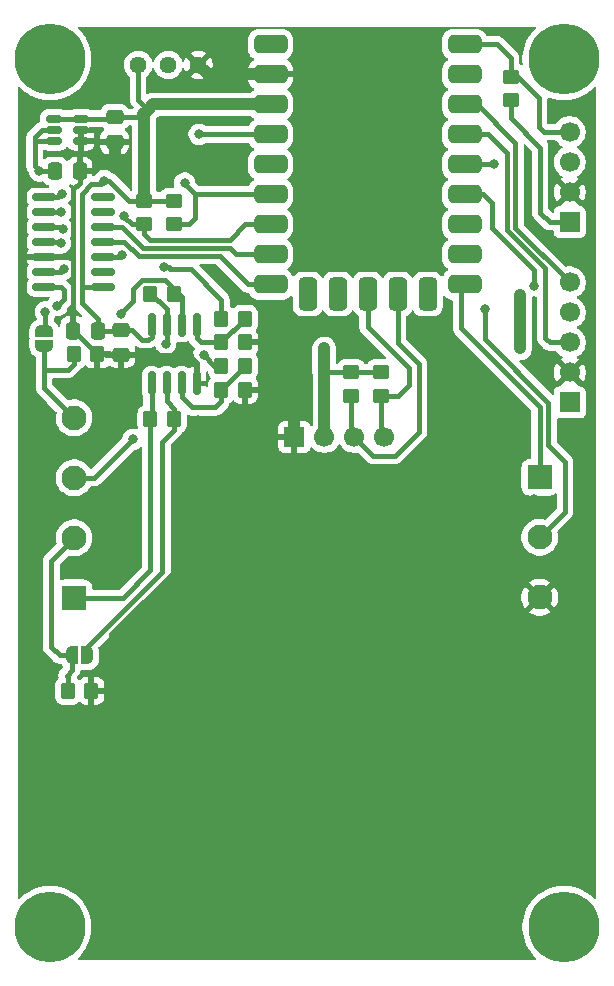
<source format=gtl>
%TF.GenerationSoftware,KiCad,Pcbnew,9.0.2-rc1*%
%TF.CreationDate,2025-04-26T18:26:20-04:00*%
%TF.ProjectId,moonclock,6d6f6f6e-636c-46f6-936b-2e6b69636164,rev?*%
%TF.SameCoordinates,PX7088980PY3920060*%
%TF.FileFunction,Copper,L1,Top*%
%TF.FilePolarity,Positive*%
%FSLAX46Y46*%
G04 Gerber Fmt 4.6, Leading zero omitted, Abs format (unit mm)*
G04 Created by KiCad (PCBNEW 9.0.2-rc1) date 2025-04-26 18:26:20*
%MOMM*%
%LPD*%
G01*
G04 APERTURE LIST*
G04 Aperture macros list*
%AMRoundRect*
0 Rectangle with rounded corners*
0 $1 Rounding radius*
0 $2 $3 $4 $5 $6 $7 $8 $9 X,Y pos of 4 corners*
0 Add a 4 corners polygon primitive as box body*
4,1,4,$2,$3,$4,$5,$6,$7,$8,$9,$2,$3,0*
0 Add four circle primitives for the rounded corners*
1,1,$1+$1,$2,$3*
1,1,$1+$1,$4,$5*
1,1,$1+$1,$6,$7*
1,1,$1+$1,$8,$9*
0 Add four rect primitives between the rounded corners*
20,1,$1+$1,$2,$3,$4,$5,0*
20,1,$1+$1,$4,$5,$6,$7,0*
20,1,$1+$1,$6,$7,$8,$9,0*
20,1,$1+$1,$8,$9,$2,$3,0*%
%AMFreePoly0*
4,1,23,0.500000,-0.750000,0.000000,-0.750000,0.000000,-0.745722,-0.065263,-0.745722,-0.191342,-0.711940,-0.304381,-0.646677,-0.396677,-0.554381,-0.461940,-0.441342,-0.495722,-0.315263,-0.495722,-0.250000,-0.500000,-0.250000,-0.500000,0.250000,-0.495722,0.250000,-0.495722,0.315263,-0.461940,0.441342,-0.396677,0.554381,-0.304381,0.646677,-0.191342,0.711940,-0.065263,0.745722,0.000000,0.745722,
0.000000,0.750000,0.500000,0.750000,0.500000,-0.750000,0.500000,-0.750000,$1*%
%AMFreePoly1*
4,1,23,0.000000,0.745722,0.065263,0.745722,0.191342,0.711940,0.304381,0.646677,0.396677,0.554381,0.461940,0.441342,0.495722,0.315263,0.495722,0.250000,0.500000,0.250000,0.500000,-0.250000,0.495722,-0.250000,0.495722,-0.315263,0.461940,-0.441342,0.396677,-0.554381,0.304381,-0.646677,0.191342,-0.711940,0.065263,-0.745722,0.000000,-0.745722,0.000000,-0.750000,-0.500000,-0.750000,
-0.500000,0.750000,0.000000,0.750000,0.000000,0.745722,0.000000,0.745722,$1*%
G04 Aperture macros list end*
%TA.AperFunction,ComponentPad*%
%ADD10RoundRect,0.250001X0.799999X-0.799999X0.799999X0.799999X-0.799999X0.799999X-0.799999X-0.799999X0*%
%TD*%
%TA.AperFunction,ComponentPad*%
%ADD11C,2.100000*%
%TD*%
%TA.AperFunction,SMDPad,CuDef*%
%ADD12RoundRect,0.250000X-0.350000X-0.450000X0.350000X-0.450000X0.350000X0.450000X-0.350000X0.450000X0*%
%TD*%
%TA.AperFunction,ComponentPad*%
%ADD13R,1.700000X1.700000*%
%TD*%
%TA.AperFunction,ComponentPad*%
%ADD14C,1.700000*%
%TD*%
%TA.AperFunction,SMDPad,CuDef*%
%ADD15RoundRect,0.150000X0.512500X0.150000X-0.512500X0.150000X-0.512500X-0.150000X0.512500X-0.150000X0*%
%TD*%
%TA.AperFunction,ComponentPad*%
%ADD16C,1.440000*%
%TD*%
%TA.AperFunction,SMDPad,CuDef*%
%ADD17RoundRect,0.250000X0.350000X0.450000X-0.350000X0.450000X-0.350000X-0.450000X0.350000X-0.450000X0*%
%TD*%
%TA.AperFunction,SMDPad,CuDef*%
%ADD18RoundRect,0.250000X-0.475000X0.337500X-0.475000X-0.337500X0.475000X-0.337500X0.475000X0.337500X0*%
%TD*%
%TA.AperFunction,SMDPad,CuDef*%
%ADD19FreePoly0,0.000000*%
%TD*%
%TA.AperFunction,SMDPad,CuDef*%
%ADD20FreePoly1,0.000000*%
%TD*%
%TA.AperFunction,SMDPad,CuDef*%
%ADD21RoundRect,0.250000X-0.450000X0.350000X-0.450000X-0.350000X0.450000X-0.350000X0.450000X0.350000X0*%
%TD*%
%TA.AperFunction,ComponentPad*%
%ADD22RoundRect,0.250001X-0.799999X0.799999X-0.799999X-0.799999X0.799999X-0.799999X0.799999X0.799999X0*%
%TD*%
%TA.AperFunction,SMDPad,CuDef*%
%ADD23RoundRect,0.150000X0.150000X-0.825000X0.150000X0.825000X-0.150000X0.825000X-0.150000X-0.825000X0*%
%TD*%
%TA.AperFunction,SMDPad,CuDef*%
%ADD24RoundRect,0.150000X0.825000X0.150000X-0.825000X0.150000X-0.825000X-0.150000X0.825000X-0.150000X0*%
%TD*%
%TA.AperFunction,ComponentPad*%
%ADD25RoundRect,0.400000X-1.000000X-0.400000X1.000000X-0.400000X1.000000X0.400000X-1.000000X0.400000X0*%
%TD*%
%TA.AperFunction,ComponentPad*%
%ADD26RoundRect,0.400050X-0.999950X-0.400050X0.999950X-0.400050X0.999950X0.400050X-0.999950X0.400050X0*%
%TD*%
%TA.AperFunction,ComponentPad*%
%ADD27RoundRect,0.400000X-0.400000X-1.000000X0.400000X-1.000000X0.400000X1.000000X-0.400000X1.000000X0*%
%TD*%
%TA.AperFunction,ComponentPad*%
%ADD28RoundRect,0.393700X-0.393700X-1.006300X0.393700X-1.006300X0.393700X1.006300X-0.393700X1.006300X0*%
%TD*%
%TA.AperFunction,SMDPad,CuDef*%
%ADD29RoundRect,0.250000X-0.337500X-0.475000X0.337500X-0.475000X0.337500X0.475000X-0.337500X0.475000X0*%
%TD*%
%TA.AperFunction,SMDPad,CuDef*%
%ADD30RoundRect,0.250000X0.337500X0.475000X-0.337500X0.475000X-0.337500X-0.475000X0.337500X-0.475000X0*%
%TD*%
%TA.AperFunction,SMDPad,CuDef*%
%ADD31RoundRect,0.250000X0.450000X-0.350000X0.450000X0.350000X-0.450000X0.350000X-0.450000X-0.350000X0*%
%TD*%
%TA.AperFunction,SMDPad,CuDef*%
%ADD32FreePoly0,90.000000*%
%TD*%
%TA.AperFunction,SMDPad,CuDef*%
%ADD33FreePoly1,90.000000*%
%TD*%
%TA.AperFunction,ViaPad*%
%ADD34C,6.000000*%
%TD*%
%TA.AperFunction,ViaPad*%
%ADD35C,0.800000*%
%TD*%
%TA.AperFunction,Conductor*%
%ADD36C,0.400000*%
%TD*%
%TA.AperFunction,Conductor*%
%ADD37C,1.000000*%
%TD*%
G04 APERTURE END LIST*
D10*
%TO.P,J2,1,Pin_1*%
%TO.N,/M1+*%
X5292500Y-48870000D03*
D11*
%TO.P,J2,2,Pin_2*%
%TO.N,/M1-*%
X5292500Y-43790000D03*
%TO.P,J2,3,Pin_3*%
%TO.N,/M2+*%
X5292500Y-38710000D03*
%TO.P,J2,4,Pin_4*%
%TO.N,/M2-*%
X5292500Y-33630000D03*
%TD*%
D12*
%TO.P,R6,1*%
%TO.N,/M2_DAC*%
X17750000Y-25250000D03*
%TO.P,R6,2*%
%TO.N,Net-(U4B-+)*%
X19750000Y-25250000D03*
%TD*%
D13*
%TO.P,J4,1,Pin_1*%
%TO.N,GND*%
X23940000Y-35250000D03*
D14*
%TO.P,J4,2,Pin_2*%
%TO.N,+3.3V*%
X26480000Y-35250000D03*
%TO.P,J4,3,Pin_3*%
%TO.N,I2C1_SDA*%
X29020000Y-35250000D03*
%TO.P,J4,4,Pin_4*%
%TO.N,I2C1_SCL*%
X31560000Y-35250000D03*
%TD*%
D15*
%TO.P,U3,1,GNDF*%
%TO.N,GND*%
X5850000Y-10200000D03*
%TO.P,U3,2,GNDS*%
X5850000Y-9250000D03*
%TO.P,U3,3,EN*%
%TO.N,+3.3V*%
X5850000Y-8300000D03*
%TO.P,U3,4,VIN*%
X3575000Y-8300000D03*
%TO.P,U3,5,OUTS*%
%TO.N,VREF_2048*%
X3575000Y-9250000D03*
%TO.P,U3,6,OUTF*%
X3575000Y-10200000D03*
%TD*%
D16*
%TO.P,R1,1,1*%
%TO.N,+3.3V*%
X10710000Y-3755000D03*
%TO.P,R1,2,2*%
%TO.N,/CAL*%
X13250000Y-3755000D03*
%TO.P,R1,3,3*%
%TO.N,GND*%
X15790000Y-3755000D03*
%TD*%
D12*
%TO.P,R3,1*%
%TO.N,/M1_DAC*%
X17750000Y-29250000D03*
%TO.P,R3,2*%
%TO.N,Net-(U4A-+)*%
X19750000Y-29250000D03*
%TD*%
D17*
%TO.P,R9,1*%
%TO.N,Net-(JP2-B)*%
X13750000Y-23150000D03*
%TO.P,R9,2*%
%TO.N,/M2+*%
X11750000Y-23150000D03*
%TD*%
D12*
%TO.P,R5,1*%
%TO.N,/M1-*%
X4750000Y-56750000D03*
%TO.P,R5,2*%
%TO.N,GND*%
X6750000Y-56750000D03*
%TD*%
D18*
%TO.P,C1,1*%
%TO.N,+3.3V*%
X9250000Y-26212500D03*
%TO.P,C1,2*%
%TO.N,GND*%
X9250000Y-28287500D03*
%TD*%
D19*
%TO.P,JP1,1,A*%
%TO.N,/M1-*%
X5100000Y-53750000D03*
D20*
%TO.P,JP1,2,B*%
%TO.N,Net-(JP1-B)*%
X6400000Y-53750000D03*
%TD*%
D17*
%TO.P,R4,1*%
%TO.N,Net-(JP1-B)*%
X13750000Y-33750000D03*
%TO.P,R4,2*%
%TO.N,/M1+*%
X11750000Y-33750000D03*
%TD*%
D21*
%TO.P,R12,1*%
%TO.N,+3.3V*%
X28750000Y-29750000D03*
%TO.P,R12,2*%
%TO.N,I2C1_SDA*%
X28750000Y-31750000D03*
%TD*%
D13*
%TO.P,J1,1,Pin_1*%
%TO.N,+5V*%
X47250000Y-32330000D03*
D14*
%TO.P,J1,2,Pin_2*%
%TO.N,GND*%
X47250000Y-29790000D03*
%TO.P,J1,3,Pin_3*%
%TO.N,DISP_MOSI*%
X47250000Y-27250000D03*
%TO.P,J1,4,Pin_4*%
%TO.N,DISP_CS*%
X47250000Y-24710000D03*
%TO.P,J1,5,Pin_5*%
%TO.N,DISP_SCK*%
X47250000Y-22170000D03*
%TD*%
D22*
%TO.P,J3,1,Pin_1*%
%TO.N,LEFT_BUT*%
X44707500Y-38665000D03*
D11*
%TO.P,J3,2,Pin_2*%
%TO.N,RIGHT_BUT*%
X44707500Y-43745000D03*
%TO.P,J3,3,Pin_3*%
%TO.N,GND*%
X44707500Y-48825000D03*
%TD*%
D12*
%TO.P,R7,1*%
%TO.N,Net-(U4B-+)*%
X17750000Y-27250000D03*
%TO.P,R7,2*%
%TO.N,GND*%
X19750000Y-27250000D03*
%TD*%
D23*
%TO.P,U4,1*%
%TO.N,/M1+*%
X11845000Y-30725000D03*
%TO.P,U4,2,-*%
%TO.N,Net-(JP1-B)*%
X13115000Y-30725000D03*
%TO.P,U4,3,+*%
%TO.N,Net-(U4A-+)*%
X14385000Y-30725000D03*
%TO.P,U4,4,V-*%
%TO.N,GND*%
X15655000Y-30725000D03*
%TO.P,U4,5,+*%
%TO.N,Net-(U4B-+)*%
X15655000Y-25775000D03*
%TO.P,U4,6,-*%
%TO.N,Net-(JP2-B)*%
X14385000Y-25775000D03*
%TO.P,U4,7*%
%TO.N,/M2+*%
X13115000Y-25775000D03*
%TO.P,U4,8,V+*%
%TO.N,+3.3V*%
X11845000Y-25775000D03*
%TD*%
D21*
%TO.P,R10,1*%
%TO.N,+3.3V*%
X11225000Y-15250000D03*
%TO.P,R10,2*%
%TO.N,DAC_CS*%
X11225000Y-17250000D03*
%TD*%
D24*
%TO.P,U2,1,VDD*%
%TO.N,+3.3V*%
X7700000Y-22560000D03*
%TO.P,U2,2,NC*%
%TO.N,unconnected-(U2-NC-Pad2)*%
X7700000Y-21290000D03*
%TO.P,U2,3,~{CS}*%
%TO.N,DAC_CS*%
X7700000Y-20020000D03*
%TO.P,U2,4,SCK*%
%TO.N,DAC_SCK*%
X7700000Y-18750000D03*
%TO.P,U2,5,SDI*%
%TO.N,DAC_MOSI*%
X7700000Y-17480000D03*
%TO.P,U2,6,NC*%
%TO.N,unconnected-(U2-NC-Pad6)*%
X7700000Y-16210000D03*
%TO.P,U2,7,NC*%
%TO.N,unconnected-(U2-NC-Pad7)*%
X7700000Y-14940000D03*
%TO.P,U2,8,~{LDAC}*%
%TO.N,DAC_LDAC*%
X2750000Y-14940000D03*
%TO.P,U2,9,~{SHDN}*%
%TO.N,+3.3V*%
X2750000Y-16210000D03*
%TO.P,U2,10,VoutB*%
%TO.N,/M2_DAC*%
X2750000Y-17480000D03*
%TO.P,U2,11,VrefB*%
%TO.N,VREF_2048*%
X2750000Y-18750000D03*
%TO.P,U2,12,AVSS*%
%TO.N,GND*%
X2750000Y-20020000D03*
%TO.P,U2,13,VrefA*%
%TO.N,VREF_2048*%
X2750000Y-21290000D03*
%TO.P,U2,14,VoutA*%
%TO.N,/M1_DAC*%
X2750000Y-22560000D03*
%TD*%
D25*
%TO.P,U1,1,GP0*%
%TO.N,GPS_RX*%
X38365000Y-2015000D03*
%TO.P,U1,2,GP1*%
%TO.N,GPS_TX*%
X38365000Y-4555000D03*
%TO.P,U1,3,GP2*%
%TO.N,DISP_SCK*%
X38365000Y-7095000D03*
%TO.P,U1,4,GP3*%
%TO.N,DISP_MOSI*%
X38365000Y-9635000D03*
%TO.P,U1,5,GP4*%
%TO.N,RIGHT_BUT*%
X38365000Y-12175000D03*
D26*
%TO.P,U1,6,GP5*%
%TO.N,DISP_CS*%
X38365000Y-14715000D03*
%TO.P,U1,7,GP6*%
%TO.N,unconnected-(U1-GP6-Pad7)*%
X38365000Y-17255000D03*
%TO.P,U1,8,GP7*%
%TO.N,unconnected-(U1-GP7-Pad8)*%
X38365000Y-19795000D03*
%TO.P,U1,9,GP8*%
%TO.N,LEFT_BUT*%
X38365000Y-22335000D03*
D27*
%TO.P,U1,10,GP9*%
%TO.N,unconnected-(U1-GP9-Pad10)*%
X35225000Y-23145000D03*
D28*
%TO.P,U1,11,GP10*%
%TO.N,I2C1_SDA*%
X32685000Y-23145000D03*
%TO.P,U1,12,GP11*%
%TO.N,I2C1_SCL*%
X30145000Y-23145000D03*
%TO.P,U1,13,GP12*%
%TO.N,unconnected-(U1-GP12-Pad13)*%
X27605000Y-23145000D03*
%TO.P,U1,14,GP13*%
%TO.N,unconnected-(U1-GP13-Pad14)*%
X25065000Y-23145000D03*
D26*
%TO.P,U1,15,GP14*%
%TO.N,DAC_SCK*%
X21925000Y-22335000D03*
%TO.P,U1,16,GP15*%
%TO.N,DAC_MOSI*%
X21925000Y-19795000D03*
%TO.P,U1,17,GP26*%
%TO.N,DAC_CS*%
X21925000Y-17255000D03*
%TO.P,U1,18,GP27*%
%TO.N,DAC_LDAC*%
X21925000Y-14715000D03*
%TO.P,U1,19,GP28*%
%TO.N,unconnected-(U1-GP28-Pad19)*%
X21925000Y-12175000D03*
%TO.P,U1,20,GP29*%
%TO.N,/CAL*%
X21925000Y-9635000D03*
%TO.P,U1,21,3V3*%
%TO.N,+3.3V*%
X21925000Y-7095000D03*
%TO.P,U1,22,GND*%
%TO.N,GND*%
X21925000Y-4555000D03*
%TO.P,U1,23,5V*%
%TO.N,+5V*%
X21925000Y-2015000D03*
%TD*%
D21*
%TO.P,R11,1*%
%TO.N,+3.3V*%
X13725000Y-15250000D03*
%TO.P,R11,2*%
%TO.N,DAC_LDAC*%
X13725000Y-17250000D03*
%TD*%
D12*
%TO.P,R2,1*%
%TO.N,Net-(U4A-+)*%
X17750000Y-31250000D03*
%TO.P,R2,2*%
%TO.N,GND*%
X19750000Y-31250000D03*
%TD*%
D29*
%TO.P,C2,1*%
%TO.N,VREF_2048*%
X3675000Y-12750000D03*
%TO.P,C2,2*%
%TO.N,GND*%
X5750000Y-12750000D03*
%TD*%
D12*
%TO.P,R8,1*%
%TO.N,/M2-*%
X5250000Y-28250000D03*
%TO.P,R8,2*%
%TO.N,GND*%
X7250000Y-28250000D03*
%TD*%
D30*
%TO.P,C4,1*%
%TO.N,+3.3V*%
X7287500Y-26250000D03*
%TO.P,C4,2*%
%TO.N,GND*%
X5212500Y-26250000D03*
%TD*%
D31*
%TO.P,R14,1*%
%TO.N,+3.3V*%
X42250000Y-6750000D03*
%TO.P,R14,2*%
%TO.N,GPS_RX*%
X42250000Y-4750000D03*
%TD*%
D13*
%TO.P,J5,1,Pin_1*%
%TO.N,+3.3V*%
X47250000Y-17060000D03*
D14*
%TO.P,J5,2,Pin_2*%
%TO.N,GND*%
X47250000Y-14520000D03*
%TO.P,J5,3,Pin_3*%
%TO.N,GPS_TX*%
X47250000Y-11980000D03*
%TO.P,J5,4,Pin_4*%
%TO.N,GPS_RX*%
X47250000Y-9440000D03*
%TD*%
D18*
%TO.P,C3,1*%
%TO.N,+3.3V*%
X8712500Y-8175000D03*
%TO.P,C3,2*%
%TO.N,GND*%
X8712500Y-10250000D03*
%TD*%
D21*
%TO.P,R13,1*%
%TO.N,+3.3V*%
X31250000Y-29750000D03*
%TO.P,R13,2*%
%TO.N,I2C1_SCL*%
X31250000Y-31750000D03*
%TD*%
D32*
%TO.P,JP2,1,A*%
%TO.N,/M2-*%
X2750000Y-27550000D03*
D33*
%TO.P,JP2,2,B*%
%TO.N,Net-(JP2-B)*%
X2750000Y-26250000D03*
%TD*%
D34*
%TO.N,*%
X46750000Y-3250000D03*
X3250000Y-3250000D03*
X46750000Y-76750000D03*
X3250000Y-76750000D03*
D35*
%TO.N,GND*%
X42250000Y-1250000D03*
X10250000Y-40750000D03*
X17250000Y-35250000D03*
X7000000Y-1250000D03*
X18250000Y-41500000D03*
X44000000Y-69750000D03*
X40250000Y-57500000D03*
X44500000Y-28750000D03*
X25000000Y-31500000D03*
X23850000Y-26550000D03*
X30500000Y-59000000D03*
X33250000Y-46750000D03*
X46000000Y-46500000D03*
X11250000Y-75750000D03*
X48500000Y-19250000D03*
X37150000Y-26550000D03*
X38500000Y-30500000D03*
X48750000Y-34750000D03*
X18450000Y-11650000D03*
X26500000Y-77000000D03*
X18750000Y-54750000D03*
X3250000Y-41250000D03*
X25250000Y-19750000D03*
X24250000Y-72250000D03*
X7000000Y-46250000D03*
X44250000Y-40500000D03*
X14987500Y-28287500D03*
X8750000Y-11650000D03*
X26000000Y-46250000D03*
X13150000Y-11650000D03*
X7000000Y-36250000D03*
X21650000Y-26550000D03*
X34750000Y-75000000D03*
X6500000Y-6000000D03*
X15750000Y-33850000D03*
X4000000Y-61750000D03*
X33750000Y-10750000D03*
X48750000Y-7250000D03*
X3000000Y-36250000D03*
X33750000Y-3250000D03*
X14250000Y-66750000D03*
X28750000Y-7750000D03*
X1500000Y-7250000D03*
X34250000Y-17250000D03*
%TO.N,+3.3V*%
X43050000Y-27750000D03*
X4210000Y-16210000D03*
X7850000Y-13550000D03*
X26450000Y-27750000D03*
X43051000Y-23250000D03*
X15895000Y-7095000D03*
%TO.N,VREF_2048*%
X4395000Y-21050000D03*
X2350000Y-12750000D03*
X4150000Y-18850000D03*
%TO.N,DISP_CS*%
X44250000Y-22450000D03*
%TO.N,/M2+*%
X13050000Y-27350000D03*
X10250000Y-35450000D03*
%TO.N,RIGHT_BUT*%
X40850000Y-12150000D03*
X40050000Y-24450000D03*
%TO.N,Net-(JP2-B)*%
X2850000Y-24650000D03*
X9250000Y-24850000D03*
%TO.N,/CAL*%
X15865000Y-9635000D03*
%TO.N,/M1_DAC*%
X16250000Y-28350000D03*
X3850000Y-24150000D03*
%TO.N,/M2_DAC*%
X12905964Y-20894036D03*
X4350000Y-17650000D03*
%TO.N,DAC_CS*%
X9550000Y-16550000D03*
X9350000Y-19850000D03*
%TO.N,DAC_LDAC*%
X14650000Y-13750000D03*
X4250000Y-14650000D03*
%TD*%
D36*
%TO.N,I2C1_SDA*%
X30620000Y-36850000D02*
X29020000Y-35250000D01*
X34450000Y-34850000D02*
X32450000Y-36850000D01*
X32450000Y-36850000D02*
X30620000Y-36850000D01*
X34450000Y-29050000D02*
X34450000Y-34850000D01*
X32685000Y-27285000D02*
X34450000Y-29050000D01*
X32685000Y-22545000D02*
X32685000Y-27285000D01*
%TO.N,RIGHT_BUT*%
X46850000Y-41602500D02*
X44707500Y-43745000D01*
X45450000Y-35950000D02*
X46850000Y-37350000D01*
X40050000Y-26950000D02*
X45450000Y-32350000D01*
X46850000Y-37350000D02*
X46850000Y-41602500D01*
X40050000Y-24450000D02*
X40050000Y-26950000D01*
X45450000Y-32350000D02*
X45450000Y-35950000D01*
%TO.N,GND*%
X15750000Y-34350000D02*
X15750000Y-33850000D01*
X13650000Y-36450000D02*
X15750000Y-34350000D01*
X8450000Y-56050000D02*
X8450000Y-51950000D01*
X7750000Y-56750000D02*
X8450000Y-56050000D01*
X6750000Y-56750000D02*
X7750000Y-56750000D01*
X8450000Y-51950000D02*
X13650000Y-46750000D01*
X13650000Y-46750000D02*
X13650000Y-36450000D01*
%TO.N,/M1-*%
X4050000Y-53750000D02*
X5100000Y-53750000D01*
X3350000Y-53050000D02*
X4050000Y-53750000D01*
X3350000Y-45732500D02*
X3350000Y-53050000D01*
X5292500Y-43790000D02*
X3350000Y-45732500D01*
%TO.N,Net-(JP1-B)*%
X6400000Y-53000000D02*
X6400000Y-53750000D01*
X12750000Y-46650000D02*
X6400000Y-53000000D01*
X13750000Y-34650000D02*
X12750000Y-35650000D01*
X12750000Y-35650000D02*
X12750000Y-46650000D01*
X13750000Y-33750000D02*
X13750000Y-34650000D01*
%TO.N,+3.3V*%
X9950000Y-15250000D02*
X11225000Y-15250000D01*
X5950000Y-14650000D02*
X5950000Y-22550000D01*
X7850000Y-13550000D02*
X8250000Y-13550000D01*
X6750000Y-13850000D02*
X5950000Y-14650000D01*
X7550000Y-13850000D02*
X6750000Y-13850000D01*
X8250000Y-13550000D02*
X9950000Y-15250000D01*
X7850000Y-13550000D02*
X7550000Y-13850000D01*
%TO.N,GND*%
X7887500Y-11612500D02*
X8712500Y-11612500D01*
X6750000Y-12750000D02*
X7887500Y-11612500D01*
X5750000Y-12750000D02*
X6750000Y-12750000D01*
%TO.N,/M2_DAC*%
X17750000Y-23650000D02*
X17750000Y-25250000D01*
X15150000Y-21050000D02*
X17750000Y-23650000D01*
X13444035Y-21050000D02*
X15150000Y-21050000D01*
X13288071Y-20894036D02*
X13444035Y-21050000D01*
X12905964Y-20894036D02*
X13288071Y-20894036D01*
%TO.N,Net-(JP2-B)*%
X9250000Y-24750000D02*
X9250000Y-24850000D01*
X10299942Y-23700058D02*
X9250000Y-24750000D01*
X10299942Y-22700058D02*
X10299942Y-23700058D01*
X13000000Y-22000000D02*
X11000000Y-22000000D01*
X14385000Y-23385000D02*
X13000000Y-22000000D01*
X11000000Y-22000000D02*
X10299942Y-22700058D01*
X14385000Y-25775000D02*
X14385000Y-23385000D01*
%TO.N,GND*%
X9212500Y-28250000D02*
X9250000Y-28287500D01*
X5750000Y-12750000D02*
X5750000Y-13750000D01*
X5850000Y-10200000D02*
X7250000Y-10200000D01*
D37*
X8750000Y-11650000D02*
X8850000Y-11750000D01*
X23950000Y-26650000D02*
X23850000Y-26550000D01*
D36*
X5250000Y-26250000D02*
X7250000Y-28250000D01*
X9250000Y-28287500D02*
X14987500Y-28287500D01*
D37*
X22525000Y-4555000D02*
X16590000Y-4555000D01*
D36*
X44707500Y-48825000D02*
X42550000Y-46667500D01*
X5850000Y-9250000D02*
X6950000Y-9250000D01*
X5212500Y-14287500D02*
X5212500Y-20050000D01*
X7250000Y-9550000D02*
X7250000Y-10200000D01*
X15655000Y-28955000D02*
X15655000Y-30725000D01*
X2750000Y-20020000D02*
X5182500Y-20020000D01*
X20950000Y-27250000D02*
X21650000Y-26550000D01*
D37*
X13150000Y-11650000D02*
X18450000Y-11650000D01*
D36*
X7250000Y-10200000D02*
X8662500Y-10200000D01*
X5212500Y-26250000D02*
X5250000Y-26250000D01*
X19750000Y-31250000D02*
X23940000Y-31250000D01*
D37*
X8712500Y-11612500D02*
X8750000Y-11650000D01*
D36*
X5750000Y-13750000D02*
X5212500Y-14287500D01*
D37*
X8712500Y-10250000D02*
X8712500Y-11612500D01*
D36*
X42550000Y-31950000D02*
X37150000Y-26550000D01*
D37*
X16590000Y-4555000D02*
X15790000Y-3755000D01*
X23940000Y-31250000D02*
X23940000Y-26660000D01*
D36*
X7250000Y-28250000D02*
X9212500Y-28250000D01*
X42550000Y-46667500D02*
X42550000Y-31950000D01*
X6950000Y-9250000D02*
X7250000Y-9550000D01*
X5182500Y-20020000D02*
X5212500Y-20050000D01*
X5212500Y-26250000D02*
X5212500Y-20050000D01*
D37*
X23940000Y-35250000D02*
X23940000Y-31250000D01*
D36*
X8662500Y-10200000D02*
X8712500Y-10250000D01*
X5250000Y-26287500D02*
X5212500Y-26250000D01*
D37*
X23940000Y-26660000D02*
X23950000Y-26650000D01*
D36*
X19750000Y-27250000D02*
X20950000Y-27250000D01*
X14987500Y-28287500D02*
X15655000Y-28955000D01*
%TO.N,+3.3V*%
X2750000Y-16210000D02*
X4210000Y-16210000D01*
D37*
X11225000Y-8025000D02*
X11225000Y-15250000D01*
X11150000Y-7950000D02*
X11225000Y-8025000D01*
D36*
X9250000Y-26212500D02*
X10212500Y-26212500D01*
X11845000Y-26755000D02*
X11845000Y-25775000D01*
X42250000Y-6750000D02*
X42250000Y-8250000D01*
X44750000Y-10750000D02*
X44750000Y-16250000D01*
X5850000Y-8300000D02*
X8587500Y-8300000D01*
X5960000Y-22560000D02*
X5950000Y-22550000D01*
X8587500Y-8300000D02*
X8712500Y-8175000D01*
D37*
X26450000Y-29750000D02*
X26450000Y-27750000D01*
D36*
X26450000Y-29750000D02*
X26480000Y-29780000D01*
X45560000Y-17060000D02*
X47250000Y-17060000D01*
X7700000Y-22560000D02*
X5960000Y-22560000D01*
X10710000Y-6710000D02*
X11550000Y-7550000D01*
D37*
X43050000Y-23251000D02*
X43050000Y-27750000D01*
X26480000Y-29780000D02*
X26480000Y-35250000D01*
X15895000Y-7095000D02*
X12005000Y-7095000D01*
X12005000Y-7095000D02*
X11550000Y-7550000D01*
D36*
X10212500Y-26212500D02*
X11050000Y-27050000D01*
X42250000Y-8250000D02*
X44750000Y-10750000D01*
D37*
X22525000Y-7095000D02*
X15895000Y-7095000D01*
X11550000Y-7550000D02*
X11150000Y-7950000D01*
D36*
X11050000Y-27050000D02*
X11550000Y-27050000D01*
D37*
X43051000Y-23250000D02*
X43050000Y-23251000D01*
D36*
X11225000Y-15250000D02*
X13725000Y-15250000D01*
X5950000Y-23950000D02*
X5950000Y-22550000D01*
X44750000Y-16250000D02*
X45560000Y-17060000D01*
X7287500Y-26250000D02*
X9212500Y-26250000D01*
X11550000Y-27050000D02*
X11845000Y-26755000D01*
X9212500Y-26250000D02*
X9250000Y-26212500D01*
X10925000Y-8175000D02*
X11150000Y-7950000D01*
X31250000Y-29750000D02*
X26450000Y-29750000D01*
X8712500Y-8175000D02*
X10925000Y-8175000D01*
X7287500Y-25287500D02*
X5950000Y-23950000D01*
X10710000Y-3755000D02*
X10710000Y-6710000D01*
X3575000Y-8300000D02*
X5850000Y-8300000D01*
X7287500Y-26250000D02*
X7287500Y-25287500D01*
%TO.N,VREF_2048*%
X4395000Y-21105000D02*
X4210000Y-21290000D01*
X1950000Y-10150000D02*
X1950000Y-12350000D01*
X4210000Y-21290000D02*
X2750000Y-21290000D01*
X2350000Y-12750000D02*
X3675000Y-12750000D01*
X3575000Y-9250000D02*
X2550000Y-9250000D01*
X4395000Y-21050000D02*
X4395000Y-21105000D01*
X3575000Y-10200000D02*
X2000000Y-10200000D01*
X4050000Y-18750000D02*
X2750000Y-18750000D01*
X2550000Y-9250000D02*
X1950000Y-9850000D01*
X1950000Y-12350000D02*
X2350000Y-12750000D01*
X1950000Y-9850000D02*
X1950000Y-10150000D01*
X2000000Y-10200000D02*
X1950000Y-10150000D01*
X4150000Y-18850000D02*
X4050000Y-18750000D01*
%TO.N,DISP_SCK*%
X47250000Y-22170000D02*
X42650000Y-17570000D01*
X42650000Y-17570000D02*
X42650000Y-10350000D01*
X39395000Y-7095000D02*
X37765000Y-7095000D01*
X42650000Y-10350000D02*
X39395000Y-7095000D01*
%TO.N,DISP_CS*%
X40649000Y-17550000D02*
X40649000Y-15449000D01*
X43749000Y-20650000D02*
X40649000Y-17550000D01*
X44250000Y-21150000D02*
X43750000Y-20650000D01*
X40649000Y-15449000D02*
X39915000Y-14715000D01*
X44250000Y-22450000D02*
X44250000Y-21150000D01*
X39915000Y-14715000D02*
X37765000Y-14715000D01*
X43750000Y-20650000D02*
X43749000Y-20650000D01*
%TO.N,DISP_MOSI*%
X40335000Y-9635000D02*
X41950000Y-11250000D01*
X45150000Y-26850000D02*
X45550000Y-27250000D01*
X45550000Y-27250000D02*
X47250000Y-27250000D01*
X37765000Y-9635000D02*
X40335000Y-9635000D01*
X45150000Y-20950000D02*
X45150000Y-26850000D01*
X41950000Y-11250000D02*
X41950000Y-17750000D01*
X41950000Y-17750000D02*
X45150000Y-20950000D01*
%TO.N,/M2-*%
X5250000Y-29050000D02*
X4750000Y-29550000D01*
X4750000Y-29550000D02*
X2750000Y-29550000D01*
X5250000Y-28250000D02*
X5250000Y-29050000D01*
X2750000Y-31087500D02*
X5292500Y-33630000D01*
X2750000Y-27550000D02*
X2750000Y-29550000D01*
X2750000Y-29550000D02*
X2750000Y-31087500D01*
%TO.N,/M1+*%
X11845000Y-30725000D02*
X11845000Y-33655000D01*
X11845000Y-33655000D02*
X11750000Y-33750000D01*
X11750000Y-33750000D02*
X11750000Y-46550000D01*
X11750000Y-46550000D02*
X9430000Y-48870000D01*
X9430000Y-48870000D02*
X5292500Y-48870000D01*
%TO.N,/M1-*%
X4650000Y-55450000D02*
X4750000Y-55550000D01*
X5100000Y-53750000D02*
X5100000Y-55000000D01*
X5100000Y-55000000D02*
X4650000Y-55450000D01*
X4750000Y-55550000D02*
X4750000Y-56750000D01*
%TO.N,/M2+*%
X11750000Y-22750000D02*
X11750000Y-23050000D01*
X10250000Y-35450000D02*
X6990000Y-38710000D01*
X13115000Y-24415000D02*
X13115000Y-25775000D01*
X13115000Y-27285000D02*
X13050000Y-27350000D01*
X11750000Y-23050000D02*
X13115000Y-24415000D01*
X6990000Y-38710000D02*
X5292500Y-38710000D01*
X13115000Y-25775000D02*
X13115000Y-27285000D01*
%TO.N,RIGHT_BUT*%
X37765000Y-12175000D02*
X40825000Y-12175000D01*
X40825000Y-12175000D02*
X40850000Y-12150000D01*
%TO.N,LEFT_BUT*%
X44707500Y-38665000D02*
X44707500Y-32707500D01*
X44707500Y-32707500D02*
X38050000Y-26050000D01*
X38050000Y-26050000D02*
X38050000Y-22620000D01*
X38050000Y-22620000D02*
X37765000Y-22335000D01*
%TO.N,I2C1_SCL*%
X32750000Y-31750000D02*
X31250000Y-31750000D01*
X30145000Y-22545000D02*
X30145000Y-25945000D01*
X31250000Y-31750000D02*
X31250000Y-34940000D01*
X33650000Y-29450000D02*
X33650000Y-30850000D01*
X30145000Y-25945000D02*
X33650000Y-29450000D01*
X33650000Y-30850000D02*
X32750000Y-31750000D01*
X31250000Y-34940000D02*
X31560000Y-35250000D01*
%TO.N,I2C1_SDA*%
X28750000Y-34980000D02*
X29020000Y-35250000D01*
X28750000Y-31750000D02*
X28750000Y-34980000D01*
%TO.N,GPS_RX*%
X47250000Y-9440000D02*
X45040000Y-9440000D01*
X37765000Y-2015000D02*
X41115000Y-2015000D01*
X44650000Y-6550000D02*
X42850000Y-4750000D01*
X42250000Y-3150000D02*
X42250000Y-4750000D01*
X41115000Y-2015000D02*
X42250000Y-3150000D01*
X42850000Y-4750000D02*
X42250000Y-4750000D01*
X44650000Y-9050000D02*
X44650000Y-6550000D01*
X45040000Y-9440000D02*
X44650000Y-9050000D01*
%TO.N,Net-(JP1-B)*%
X13115000Y-30725000D02*
X13115000Y-32215000D01*
X13115000Y-32215000D02*
X13750000Y-32850000D01*
X13750000Y-32850000D02*
X13750000Y-33750000D01*
%TO.N,Net-(JP2-B)*%
X2850000Y-24650000D02*
X2850000Y-26150000D01*
X2850000Y-26150000D02*
X2750000Y-26250000D01*
%TO.N,/CAL*%
X22525000Y-9635000D02*
X15865000Y-9635000D01*
%TO.N,Net-(U4A-+)*%
X17750000Y-31250000D02*
X17750000Y-32250000D01*
X15250000Y-32750000D02*
X14385000Y-31885000D01*
X17750000Y-32250000D02*
X17250000Y-32750000D01*
X14385000Y-31885000D02*
X14385000Y-30725000D01*
X17250000Y-32750000D02*
X15250000Y-32750000D01*
X19750000Y-29250000D02*
X17750000Y-31250000D01*
%TO.N,/M1_DAC*%
X17750000Y-29250000D02*
X17150000Y-29250000D01*
X2750000Y-22560000D02*
X4160000Y-22560000D01*
X4160000Y-22560000D02*
X4450000Y-22850000D01*
X4450000Y-23550000D02*
X3850000Y-24150000D01*
X17150000Y-29250000D02*
X16250000Y-28350000D01*
X4450000Y-22850000D02*
X4450000Y-23550000D01*
%TO.N,/M2_DAC*%
X4180000Y-17480000D02*
X2750000Y-17480000D01*
X4350000Y-17650000D02*
X4180000Y-17480000D01*
%TO.N,Net-(U4B-+)*%
X16050000Y-27250000D02*
X15650000Y-26850000D01*
X17750000Y-27250000D02*
X16050000Y-27250000D01*
X15655000Y-26845000D02*
X15655000Y-25775000D01*
X15650000Y-26850000D02*
X15655000Y-26845000D01*
X19750000Y-25250000D02*
X17750000Y-27250000D01*
%TO.N,DAC_CS*%
X7700000Y-20020000D02*
X9180000Y-20020000D01*
X9180000Y-20020000D02*
X9350000Y-19850000D01*
X11700000Y-18550000D02*
X11225000Y-18075000D01*
X9550000Y-16550000D02*
X9550000Y-16650000D01*
X11225000Y-18075000D02*
X11225000Y-17250000D01*
X22525000Y-17255000D02*
X19745000Y-17255000D01*
X19745000Y-17255000D02*
X18450000Y-18550000D01*
X18450000Y-18550000D02*
X11700000Y-18550000D01*
X9550000Y-16650000D02*
X10150000Y-17250000D01*
X10150000Y-17250000D02*
X11225000Y-17250000D01*
%TO.N,DAC_LDAC*%
X15050000Y-17250000D02*
X13725000Y-17250000D01*
X16785000Y-14715000D02*
X15550000Y-14715000D01*
X14650000Y-13750000D02*
X14650000Y-13850000D01*
X15550000Y-14715000D02*
X15550000Y-16750000D01*
X14650000Y-13850000D02*
X15515000Y-14715000D01*
X2750000Y-14940000D02*
X3960000Y-14940000D01*
X15550000Y-16750000D02*
X15050000Y-17250000D01*
X15515000Y-14715000D02*
X16785000Y-14715000D01*
X22525000Y-14715000D02*
X16785000Y-14715000D01*
X3960000Y-14940000D02*
X4250000Y-14650000D01*
%TO.N,DAC_SCK*%
X7700000Y-18750000D02*
X9550000Y-18750000D01*
X9550000Y-18750000D02*
X10750000Y-19950000D01*
X20035000Y-22335000D02*
X22525000Y-22335000D01*
X10750000Y-19950000D02*
X17650000Y-19950000D01*
X17650000Y-19950000D02*
X20035000Y-22335000D01*
%TO.N,DAC_MOSI*%
X18450000Y-19250000D02*
X11150000Y-19250000D01*
X9380000Y-17480000D02*
X7700000Y-17480000D01*
X22525000Y-19795000D02*
X18995000Y-19795000D01*
X18995000Y-19795000D02*
X18450000Y-19250000D01*
X11150000Y-19250000D02*
X9380000Y-17480000D01*
%TD*%
%TA.AperFunction,Conductor*%
%TO.N,GND*%
G36*
X44368229Y-519407D02*
G01*
X44404193Y-568907D01*
X44404193Y-630093D01*
X44380043Y-669501D01*
X44239507Y-810038D01*
X44153167Y-896378D01*
X43934982Y-1162238D01*
X43743897Y-1448215D01*
X43581778Y-1751519D01*
X43581765Y-1751546D01*
X43450146Y-2069303D01*
X43350310Y-2398417D01*
X43283210Y-2735753D01*
X43249500Y-3078023D01*
X43249500Y-3421977D01*
X43275545Y-3686428D01*
X43272154Y-3701881D01*
X43273659Y-3717630D01*
X43265763Y-3731012D01*
X43262433Y-3746191D01*
X43250606Y-3756700D01*
X43242567Y-3770326D01*
X43228312Y-3776511D01*
X43216696Y-3786834D01*
X43200950Y-3788384D01*
X43186438Y-3794682D01*
X43171742Y-3791261D01*
X43155805Y-3792831D01*
X43126713Y-3781395D01*
X43125872Y-3780898D01*
X43019334Y-3715186D01*
X43008311Y-3711533D01*
X42999191Y-3706152D01*
X42985603Y-3690770D01*
X42969067Y-3678608D01*
X42965750Y-3668298D01*
X42958682Y-3660297D01*
X42956783Y-3640420D01*
X42950500Y-3620888D01*
X42950500Y-3081008D01*
X42950499Y-3081004D01*
X42945395Y-3055346D01*
X42923580Y-2945672D01*
X42911082Y-2915500D01*
X42885815Y-2854500D01*
X42870775Y-2818189D01*
X42870772Y-2818185D01*
X42870771Y-2818182D01*
X42838279Y-2769555D01*
X42794114Y-2703458D01*
X42696542Y-2605886D01*
X41561543Y-1470886D01*
X41527613Y-1448215D01*
X41446808Y-1394223D01*
X41319328Y-1341420D01*
X41183996Y-1314500D01*
X41183994Y-1314500D01*
X41183993Y-1314500D01*
X40283210Y-1314500D01*
X40225019Y-1295593D01*
X40195000Y-1260445D01*
X40124383Y-1121851D01*
X40124380Y-1121847D01*
X40124379Y-1121845D01*
X40005261Y-974748D01*
X40005257Y-974743D01*
X40005146Y-974653D01*
X39858154Y-855620D01*
X39858152Y-855619D01*
X39858150Y-855618D01*
X39858149Y-855617D01*
X39689488Y-769680D01*
X39506645Y-720688D01*
X39506641Y-720687D01*
X39506642Y-720687D01*
X39460960Y-717092D01*
X39428021Y-714500D01*
X39428014Y-714500D01*
X37301986Y-714500D01*
X37223356Y-720687D01*
X37223353Y-720688D01*
X37040512Y-769680D01*
X36871847Y-855619D01*
X36871845Y-855620D01*
X36724748Y-974738D01*
X36724738Y-974748D01*
X36605620Y-1121845D01*
X36605619Y-1121847D01*
X36605617Y-1121851D01*
X36519680Y-1290512D01*
X36470703Y-1473301D01*
X36470687Y-1473359D01*
X36467024Y-1519905D01*
X36464505Y-1551926D01*
X36464500Y-1551985D01*
X36464500Y-2478013D01*
X36470687Y-2556643D01*
X36470688Y-2556646D01*
X36488838Y-2624382D01*
X36519680Y-2739488D01*
X36578283Y-2854502D01*
X36605619Y-2908152D01*
X36605620Y-2908154D01*
X36647523Y-2959899D01*
X36724743Y-3055257D01*
X36724748Y-3055261D01*
X36871845Y-3174379D01*
X36871847Y-3174380D01*
X36871851Y-3174383D01*
X36915828Y-3196790D01*
X36959093Y-3240055D01*
X36968664Y-3300487D01*
X36940886Y-3355004D01*
X36915829Y-3373208D01*
X36915282Y-3373488D01*
X36871847Y-3395619D01*
X36871845Y-3395620D01*
X36724748Y-3514738D01*
X36724738Y-3514748D01*
X36605620Y-3661845D01*
X36605619Y-3661847D01*
X36605617Y-3661851D01*
X36519680Y-3830512D01*
X36492663Y-3931344D01*
X36470687Y-4013359D01*
X36468528Y-4040798D01*
X36465391Y-4080666D01*
X36464500Y-4091985D01*
X36464500Y-5018013D01*
X36470687Y-5096643D01*
X36470688Y-5096646D01*
X36495184Y-5188066D01*
X36519680Y-5279488D01*
X36605518Y-5447954D01*
X36605619Y-5448152D01*
X36605620Y-5448154D01*
X36724738Y-5595251D01*
X36724743Y-5595257D01*
X36724748Y-5595261D01*
X36871845Y-5714379D01*
X36871847Y-5714380D01*
X36871851Y-5714383D01*
X36915828Y-5736790D01*
X36959093Y-5780055D01*
X36968664Y-5840487D01*
X36940886Y-5895004D01*
X36915829Y-5913208D01*
X36880237Y-5931344D01*
X36871847Y-5935619D01*
X36871845Y-5935620D01*
X36724748Y-6054738D01*
X36724738Y-6054748D01*
X36605620Y-6201845D01*
X36605619Y-6201847D01*
X36602296Y-6208368D01*
X36519680Y-6370512D01*
X36470703Y-6553301D01*
X36470687Y-6553359D01*
X36468578Y-6580163D01*
X36464505Y-6631926D01*
X36464500Y-6631985D01*
X36464500Y-7558013D01*
X36470687Y-7636643D01*
X36470688Y-7636646D01*
X36485711Y-7692712D01*
X36519680Y-7819488D01*
X36599950Y-7977026D01*
X36605619Y-7988152D01*
X36605620Y-7988154D01*
X36714618Y-8122754D01*
X36724743Y-8135257D01*
X36724848Y-8135342D01*
X36871845Y-8254379D01*
X36871847Y-8254380D01*
X36871851Y-8254383D01*
X36915828Y-8276790D01*
X36959093Y-8320055D01*
X36968664Y-8380487D01*
X36940886Y-8435004D01*
X36915829Y-8453208D01*
X36875836Y-8473586D01*
X36871847Y-8475619D01*
X36871845Y-8475620D01*
X36724748Y-8594738D01*
X36724738Y-8594748D01*
X36605620Y-8741845D01*
X36605619Y-8741847D01*
X36605617Y-8741851D01*
X36519680Y-8910512D01*
X36470703Y-9093301D01*
X36470687Y-9093359D01*
X36467227Y-9137326D01*
X36464505Y-9171926D01*
X36464500Y-9171985D01*
X36464500Y-10098013D01*
X36470687Y-10176643D01*
X36470688Y-10176646D01*
X36473228Y-10186124D01*
X36519680Y-10359488D01*
X36591730Y-10500894D01*
X36605619Y-10528152D01*
X36605620Y-10528154D01*
X36719231Y-10668450D01*
X36724743Y-10675257D01*
X36724748Y-10675261D01*
X36871845Y-10794379D01*
X36871847Y-10794380D01*
X36871851Y-10794383D01*
X36915828Y-10816790D01*
X36959093Y-10860055D01*
X36968664Y-10920487D01*
X36940886Y-10975004D01*
X36915829Y-10993208D01*
X36901520Y-11000500D01*
X36871847Y-11015619D01*
X36871845Y-11015620D01*
X36724748Y-11134738D01*
X36724738Y-11134748D01*
X36605620Y-11281845D01*
X36605619Y-11281847D01*
X36605617Y-11281851D01*
X36519680Y-11450512D01*
X36470703Y-11633301D01*
X36470687Y-11633359D01*
X36468463Y-11661625D01*
X36464505Y-11711926D01*
X36464500Y-11711985D01*
X36464500Y-12638013D01*
X36470687Y-12716643D01*
X36470688Y-12716646D01*
X36480157Y-12751985D01*
X36519680Y-12899488D01*
X36596643Y-13050536D01*
X36605619Y-13068152D01*
X36605620Y-13068154D01*
X36693396Y-13176547D01*
X36724743Y-13215257D01*
X36724748Y-13215261D01*
X36871845Y-13334379D01*
X36871847Y-13334380D01*
X36871851Y-13334383D01*
X36915749Y-13356750D01*
X36959013Y-13400013D01*
X36968585Y-13460445D01*
X36940808Y-13514962D01*
X36915751Y-13533168D01*
X36871870Y-13555527D01*
X36871868Y-13555528D01*
X36724763Y-13674653D01*
X36724753Y-13674663D01*
X36605628Y-13821768D01*
X36605627Y-13821770D01*
X36519683Y-13990445D01*
X36470687Y-14173301D01*
X36464500Y-14251931D01*
X36464500Y-15178068D01*
X36470687Y-15256698D01*
X36470687Y-15256701D01*
X36470688Y-15256703D01*
X36519684Y-15439556D01*
X36580806Y-15559516D01*
X36605627Y-15608229D01*
X36605628Y-15608231D01*
X36692826Y-15715910D01*
X36724758Y-15755342D01*
X36724763Y-15755346D01*
X36871868Y-15874471D01*
X36871877Y-15874477D01*
X36915670Y-15896791D01*
X36958935Y-15940055D01*
X36968506Y-16000487D01*
X36940728Y-16055004D01*
X36915670Y-16073209D01*
X36871877Y-16095522D01*
X36871868Y-16095528D01*
X36724763Y-16214653D01*
X36724753Y-16214663D01*
X36605628Y-16361768D01*
X36605627Y-16361770D01*
X36519683Y-16530445D01*
X36470687Y-16713301D01*
X36464500Y-16791931D01*
X36464500Y-17718068D01*
X36470687Y-17796698D01*
X36470687Y-17796701D01*
X36470688Y-17796703D01*
X36484835Y-17849500D01*
X36513873Y-17957872D01*
X36519684Y-17979556D01*
X36580806Y-18099516D01*
X36605627Y-18148229D01*
X36605628Y-18148231D01*
X36724753Y-18295336D01*
X36724758Y-18295342D01*
X36724763Y-18295346D01*
X36871868Y-18414471D01*
X36871877Y-18414477D01*
X36915670Y-18436791D01*
X36958935Y-18480055D01*
X36968506Y-18540487D01*
X36940728Y-18595004D01*
X36915670Y-18613209D01*
X36871877Y-18635522D01*
X36871868Y-18635528D01*
X36724763Y-18754653D01*
X36724753Y-18754663D01*
X36605628Y-18901768D01*
X36605627Y-18901770D01*
X36519683Y-19070445D01*
X36470687Y-19253301D01*
X36464500Y-19331931D01*
X36464500Y-20258068D01*
X36470687Y-20336698D01*
X36470687Y-20336701D01*
X36470688Y-20336703D01*
X36474395Y-20350536D01*
X36517642Y-20511938D01*
X36519684Y-20519556D01*
X36596036Y-20669407D01*
X36605627Y-20688229D01*
X36605628Y-20688231D01*
X36713461Y-20821392D01*
X36724758Y-20835342D01*
X36724763Y-20835346D01*
X36871868Y-20954471D01*
X36871877Y-20954477D01*
X36915670Y-20976791D01*
X36958935Y-21020055D01*
X36968506Y-21080487D01*
X36940728Y-21135004D01*
X36915670Y-21153209D01*
X36871877Y-21175522D01*
X36871868Y-21175528D01*
X36724763Y-21294653D01*
X36724753Y-21294663D01*
X36605628Y-21441768D01*
X36605627Y-21441770D01*
X36605625Y-21441774D01*
X36573544Y-21504738D01*
X36523690Y-21602582D01*
X36480425Y-21645847D01*
X36419993Y-21655418D01*
X36365477Y-21627641D01*
X36358543Y-21619940D01*
X36265261Y-21504748D01*
X36265257Y-21504743D01*
X36265251Y-21504738D01*
X36118154Y-21385620D01*
X36118152Y-21385619D01*
X36118150Y-21385618D01*
X36118149Y-21385617D01*
X35949488Y-21299680D01*
X35766645Y-21250688D01*
X35766641Y-21250687D01*
X35766642Y-21250687D01*
X35720960Y-21247092D01*
X35688021Y-21244500D01*
X35688014Y-21244500D01*
X34761986Y-21244500D01*
X34683356Y-21250687D01*
X34683353Y-21250688D01*
X34500512Y-21299680D01*
X34331847Y-21385619D01*
X34331845Y-21385620D01*
X34184748Y-21504738D01*
X34184738Y-21504748D01*
X34065620Y-21651845D01*
X34065616Y-21651851D01*
X34038128Y-21705799D01*
X33994863Y-21749063D01*
X33934431Y-21758634D01*
X33879914Y-21730856D01*
X33861711Y-21705800D01*
X33832771Y-21649001D01*
X33832768Y-21648997D01*
X33832767Y-21648995D01*
X33714482Y-21502927D01*
X33714478Y-21502922D01*
X33714472Y-21502917D01*
X33568404Y-21384632D01*
X33568402Y-21384631D01*
X33568400Y-21384630D01*
X33568399Y-21384629D01*
X33400918Y-21299294D01*
X33400915Y-21299293D01*
X33400916Y-21299293D01*
X33313170Y-21275782D01*
X33219354Y-21250644D01*
X33219350Y-21250643D01*
X33219351Y-21250643D01*
X33173993Y-21247074D01*
X33141289Y-21244500D01*
X33141282Y-21244500D01*
X32228718Y-21244500D01*
X32150649Y-21250643D01*
X31969083Y-21299293D01*
X31801597Y-21384631D01*
X31801595Y-21384632D01*
X31655527Y-21502917D01*
X31655517Y-21502927D01*
X31537232Y-21648995D01*
X31537231Y-21648997D01*
X31503210Y-21715768D01*
X31459945Y-21759033D01*
X31399513Y-21768604D01*
X31344996Y-21740827D01*
X31326790Y-21715768D01*
X31322836Y-21708007D01*
X31292771Y-21649001D01*
X31292768Y-21648997D01*
X31292767Y-21648995D01*
X31174482Y-21502927D01*
X31174478Y-21502922D01*
X31174472Y-21502917D01*
X31028404Y-21384632D01*
X31028402Y-21384631D01*
X31028400Y-21384630D01*
X31028399Y-21384629D01*
X30860918Y-21299294D01*
X30860915Y-21299293D01*
X30860916Y-21299293D01*
X30773170Y-21275782D01*
X30679354Y-21250644D01*
X30679350Y-21250643D01*
X30679351Y-21250643D01*
X30633993Y-21247074D01*
X30601289Y-21244500D01*
X30601282Y-21244500D01*
X29688718Y-21244500D01*
X29610649Y-21250643D01*
X29429083Y-21299293D01*
X29261597Y-21384631D01*
X29261595Y-21384632D01*
X29115527Y-21502917D01*
X29115517Y-21502927D01*
X28997232Y-21648995D01*
X28997231Y-21648997D01*
X28963210Y-21715768D01*
X28919945Y-21759033D01*
X28859513Y-21768604D01*
X28804996Y-21740827D01*
X28786790Y-21715768D01*
X28782836Y-21708007D01*
X28752771Y-21649001D01*
X28752768Y-21648997D01*
X28752767Y-21648995D01*
X28634482Y-21502927D01*
X28634478Y-21502922D01*
X28634472Y-21502917D01*
X28488404Y-21384632D01*
X28488402Y-21384631D01*
X28488400Y-21384630D01*
X28488399Y-21384629D01*
X28320918Y-21299294D01*
X28320915Y-21299293D01*
X28320916Y-21299293D01*
X28233170Y-21275782D01*
X28139354Y-21250644D01*
X28139350Y-21250643D01*
X28139351Y-21250643D01*
X28093993Y-21247074D01*
X28061289Y-21244500D01*
X28061282Y-21244500D01*
X27148718Y-21244500D01*
X27070649Y-21250643D01*
X26889083Y-21299293D01*
X26721597Y-21384631D01*
X26721595Y-21384632D01*
X26575527Y-21502917D01*
X26575517Y-21502927D01*
X26457232Y-21648995D01*
X26457231Y-21648997D01*
X26423210Y-21715768D01*
X26379945Y-21759033D01*
X26319513Y-21768604D01*
X26264996Y-21740827D01*
X26246790Y-21715768D01*
X26242836Y-21708007D01*
X26212771Y-21649001D01*
X26212768Y-21648997D01*
X26212767Y-21648995D01*
X26094482Y-21502927D01*
X26094478Y-21502922D01*
X26094472Y-21502917D01*
X25948404Y-21384632D01*
X25948402Y-21384631D01*
X25948400Y-21384630D01*
X25948399Y-21384629D01*
X25780918Y-21299294D01*
X25780915Y-21299293D01*
X25780916Y-21299293D01*
X25693170Y-21275782D01*
X25599354Y-21250644D01*
X25599350Y-21250643D01*
X25599351Y-21250643D01*
X25553993Y-21247074D01*
X25521289Y-21244500D01*
X25521282Y-21244500D01*
X24608718Y-21244500D01*
X24530649Y-21250643D01*
X24349083Y-21299293D01*
X24181597Y-21384631D01*
X24181595Y-21384632D01*
X24035527Y-21502917D01*
X24035517Y-21502927D01*
X23935050Y-21626992D01*
X23883735Y-21660316D01*
X23822634Y-21657113D01*
X23775084Y-21618607D01*
X23769903Y-21609634D01*
X23766310Y-21602582D01*
X23684375Y-21441774D01*
X23684372Y-21441770D01*
X23684371Y-21441768D01*
X23565246Y-21294663D01*
X23565242Y-21294658D01*
X23559747Y-21290208D01*
X23418131Y-21175528D01*
X23418129Y-21175527D01*
X23418127Y-21175526D01*
X23418126Y-21175525D01*
X23374327Y-21153208D01*
X23331065Y-21109945D01*
X23321493Y-21049513D01*
X23349270Y-20994997D01*
X23374326Y-20976791D01*
X23418126Y-20954475D01*
X23565242Y-20835342D01*
X23684375Y-20688226D01*
X23770316Y-20519556D01*
X23819312Y-20336703D01*
X23825500Y-20258075D01*
X23825499Y-19331926D01*
X23819312Y-19253297D01*
X23770316Y-19070444D01*
X23684375Y-18901774D01*
X23684372Y-18901770D01*
X23684371Y-18901768D01*
X23565246Y-18754663D01*
X23565242Y-18754658D01*
X23565236Y-18754653D01*
X23418131Y-18635528D01*
X23418129Y-18635527D01*
X23418127Y-18635526D01*
X23418126Y-18635525D01*
X23374327Y-18613208D01*
X23331065Y-18569945D01*
X23321493Y-18509513D01*
X23349270Y-18454997D01*
X23374326Y-18436791D01*
X23418126Y-18414475D01*
X23565242Y-18295342D01*
X23684375Y-18148226D01*
X23770316Y-17979556D01*
X23819312Y-17796703D01*
X23825500Y-17718075D01*
X23825499Y-16791926D01*
X23819312Y-16713297D01*
X23770316Y-16530444D01*
X23684375Y-16361774D01*
X23684372Y-16361770D01*
X23684371Y-16361768D01*
X23565246Y-16214663D01*
X23565242Y-16214658D01*
X23565236Y-16214653D01*
X23418131Y-16095528D01*
X23418129Y-16095527D01*
X23418127Y-16095526D01*
X23418126Y-16095525D01*
X23374327Y-16073208D01*
X23331065Y-16029945D01*
X23321493Y-15969513D01*
X23349270Y-15914997D01*
X23374326Y-15896791D01*
X23418126Y-15874475D01*
X23565242Y-15755342D01*
X23684375Y-15608226D01*
X23770316Y-15439556D01*
X23819312Y-15256703D01*
X23825500Y-15178075D01*
X23825499Y-14251926D01*
X23819312Y-14173297D01*
X23770316Y-13990444D01*
X23684375Y-13821774D01*
X23684372Y-13821770D01*
X23684371Y-13821768D01*
X23565246Y-13674663D01*
X23565242Y-13674658D01*
X23548759Y-13661310D01*
X23418131Y-13555528D01*
X23418129Y-13555527D01*
X23418127Y-13555526D01*
X23418126Y-13555525D01*
X23374327Y-13533208D01*
X23331065Y-13489945D01*
X23321493Y-13429513D01*
X23349270Y-13374997D01*
X23374326Y-13356791D01*
X23418126Y-13334475D01*
X23565242Y-13215342D01*
X23684375Y-13068226D01*
X23770316Y-12899556D01*
X23819312Y-12716703D01*
X23825500Y-12638075D01*
X23825499Y-11711926D01*
X23819312Y-11633297D01*
X23770316Y-11450444D01*
X23684375Y-11281774D01*
X23684372Y-11281770D01*
X23684371Y-11281768D01*
X23565246Y-11134663D01*
X23565242Y-11134658D01*
X23565236Y-11134653D01*
X23418131Y-11015528D01*
X23418129Y-11015527D01*
X23418127Y-11015526D01*
X23418126Y-11015525D01*
X23374327Y-10993208D01*
X23331065Y-10949945D01*
X23321493Y-10889513D01*
X23349270Y-10834997D01*
X23374326Y-10816791D01*
X23418126Y-10794475D01*
X23565242Y-10675342D01*
X23658422Y-10560274D01*
X23684372Y-10528230D01*
X23684372Y-10528229D01*
X23684375Y-10528226D01*
X23770316Y-10359556D01*
X23819312Y-10176703D01*
X23825500Y-10098075D01*
X23825499Y-9171926D01*
X23819312Y-9093297D01*
X23770316Y-8910444D01*
X23684375Y-8741774D01*
X23684372Y-8741770D01*
X23684371Y-8741768D01*
X23565246Y-8594663D01*
X23565242Y-8594658D01*
X23538235Y-8572788D01*
X23418131Y-8475528D01*
X23418129Y-8475527D01*
X23418127Y-8475526D01*
X23418126Y-8475525D01*
X23374327Y-8453208D01*
X23331065Y-8409945D01*
X23321493Y-8349513D01*
X23349270Y-8294997D01*
X23374326Y-8276791D01*
X23418126Y-8254475D01*
X23565242Y-8135342D01*
X23684375Y-7988226D01*
X23770316Y-7819556D01*
X23819312Y-7636703D01*
X23825500Y-7558075D01*
X23825499Y-6631926D01*
X23819312Y-6553297D01*
X23770316Y-6370444D01*
X23684375Y-6201774D01*
X23684372Y-6201770D01*
X23684371Y-6201768D01*
X23565246Y-6054663D01*
X23565242Y-6054658D01*
X23565236Y-6054653D01*
X23418131Y-5935528D01*
X23418126Y-5935525D01*
X23373780Y-5912930D01*
X23330515Y-5869666D01*
X23320943Y-5809234D01*
X23348720Y-5754717D01*
X23373779Y-5736510D01*
X23417854Y-5714052D01*
X23564881Y-5594991D01*
X23564891Y-5594981D01*
X23683952Y-5447954D01*
X23769848Y-5279374D01*
X23818816Y-5096620D01*
X23825000Y-5018041D01*
X23825000Y-4805001D01*
X23824999Y-4805000D01*
X22840686Y-4805000D01*
X22845080Y-4800606D01*
X22897741Y-4709394D01*
X22925000Y-4607661D01*
X22925000Y-4502339D01*
X22897741Y-4400606D01*
X22845080Y-4309394D01*
X22840686Y-4305000D01*
X23824999Y-4305000D01*
X23825000Y-4304999D01*
X23825000Y-4091958D01*
X23818816Y-4013379D01*
X23769848Y-3830625D01*
X23683952Y-3662045D01*
X23564891Y-3515018D01*
X23564881Y-3515008D01*
X23417852Y-3395945D01*
X23373778Y-3373488D01*
X23330514Y-3330223D01*
X23320943Y-3269791D01*
X23348721Y-3215275D01*
X23373773Y-3197073D01*
X23418126Y-3174475D01*
X23565242Y-3055342D01*
X23684375Y-2908226D01*
X23770316Y-2739556D01*
X23819312Y-2556703D01*
X23825500Y-2478075D01*
X23825499Y-1551926D01*
X23819312Y-1473297D01*
X23770316Y-1290444D01*
X23684375Y-1121774D01*
X23684372Y-1121770D01*
X23684371Y-1121768D01*
X23565246Y-974663D01*
X23565242Y-974658D01*
X23565236Y-974653D01*
X23418131Y-855528D01*
X23418129Y-855527D01*
X23418127Y-855526D01*
X23418126Y-855525D01*
X23249456Y-769584D01*
X23249453Y-769583D01*
X23249454Y-769583D01*
X23170276Y-748367D01*
X23066603Y-720588D01*
X23066599Y-720587D01*
X23066600Y-720587D01*
X23020914Y-716992D01*
X22987975Y-714400D01*
X22987968Y-714400D01*
X20862031Y-714400D01*
X20783401Y-720587D01*
X20600545Y-769583D01*
X20431870Y-855527D01*
X20431868Y-855528D01*
X20284763Y-974653D01*
X20284753Y-974663D01*
X20165628Y-1121768D01*
X20165627Y-1121770D01*
X20079683Y-1290445D01*
X20030687Y-1473301D01*
X20024500Y-1551931D01*
X20024500Y-2478068D01*
X20030687Y-2556698D01*
X20030687Y-2556701D01*
X20030688Y-2556703D01*
X20048823Y-2624382D01*
X20079665Y-2739488D01*
X20079684Y-2739556D01*
X20165588Y-2908154D01*
X20165627Y-2908229D01*
X20165628Y-2908231D01*
X20207468Y-2959898D01*
X20284758Y-3055342D01*
X20284763Y-3055346D01*
X20431868Y-3174471D01*
X20431870Y-3174472D01*
X20431874Y-3174475D01*
X20476220Y-3197070D01*
X20519484Y-3240333D01*
X20529056Y-3300765D01*
X20501280Y-3355281D01*
X20476222Y-3373488D01*
X20432146Y-3395946D01*
X20285118Y-3515008D01*
X20285108Y-3515018D01*
X20166047Y-3662045D01*
X20080151Y-3830625D01*
X20031183Y-4013379D01*
X20025000Y-4091958D01*
X20025000Y-4304999D01*
X20025001Y-4305000D01*
X22209314Y-4305000D01*
X22204920Y-4309394D01*
X22152259Y-4400606D01*
X22125000Y-4502339D01*
X22125000Y-4607661D01*
X22152259Y-4709394D01*
X22204920Y-4800606D01*
X22209314Y-4805000D01*
X20025001Y-4805000D01*
X20025000Y-4805001D01*
X20025000Y-5018041D01*
X20031183Y-5096620D01*
X20080151Y-5279374D01*
X20166047Y-5447954D01*
X20285108Y-5594981D01*
X20285118Y-5594991D01*
X20432145Y-5714052D01*
X20476220Y-5736510D01*
X20519485Y-5779775D01*
X20529056Y-5840207D01*
X20501278Y-5894724D01*
X20476220Y-5912930D01*
X20431870Y-5935527D01*
X20431868Y-5935528D01*
X20284763Y-6054653D01*
X20284758Y-6054658D01*
X20282209Y-6057804D01*
X20230896Y-6091127D01*
X20205274Y-6094500D01*
X11906458Y-6094500D01*
X11883944Y-6098978D01*
X11861430Y-6103457D01*
X11713162Y-6132949D01*
X11713158Y-6132950D01*
X11659834Y-6155037D01*
X11659834Y-6155038D01*
X11585639Y-6185770D01*
X11547386Y-6201616D01*
X11486389Y-6206417D01*
X11434220Y-6174447D01*
X11410805Y-6117920D01*
X11410500Y-6110152D01*
X11410500Y-4805120D01*
X11429407Y-4746929D01*
X11451309Y-4725028D01*
X11472827Y-4709394D01*
X11505102Y-4685945D01*
X11640945Y-4550102D01*
X11753865Y-4394681D01*
X11841082Y-4223509D01*
X11880698Y-4101582D01*
X11885845Y-4085742D01*
X11921809Y-4036241D01*
X11980000Y-4017334D01*
X12038191Y-4036241D01*
X12074155Y-4085741D01*
X12074155Y-4085742D01*
X12118915Y-4223502D01*
X12118917Y-4223505D01*
X12118918Y-4223509D01*
X12160440Y-4305000D01*
X12205997Y-4394412D01*
X12206135Y-4394681D01*
X12319055Y-4550102D01*
X12454898Y-4685945D01*
X12610319Y-4798865D01*
X12781491Y-4886082D01*
X12964199Y-4945447D01*
X13024514Y-4955000D01*
X13153942Y-4975500D01*
X13153945Y-4975500D01*
X13346058Y-4975500D01*
X13440928Y-4960473D01*
X13535801Y-4945447D01*
X13718509Y-4886082D01*
X13889681Y-4798865D01*
X14045102Y-4685945D01*
X14180945Y-4550102D01*
X14293865Y-4394681D01*
X14381082Y-4223509D01*
X14426108Y-4084931D01*
X14462072Y-4035432D01*
X14520263Y-4016524D01*
X14578453Y-4035431D01*
X14614417Y-4084931D01*
X14614418Y-4084931D01*
X14659382Y-4223317D01*
X14746561Y-4394416D01*
X14767797Y-4423646D01*
X15390000Y-3801443D01*
X15390000Y-3807661D01*
X15417259Y-3909394D01*
X15469920Y-4000606D01*
X15544394Y-4075080D01*
X15635606Y-4127741D01*
X15737339Y-4155000D01*
X15743553Y-4155000D01*
X15121352Y-4777201D01*
X15150577Y-4798435D01*
X15150581Y-4798437D01*
X15321682Y-4885617D01*
X15504320Y-4944960D01*
X15693981Y-4975000D01*
X15886019Y-4975000D01*
X16075679Y-4944960D01*
X16258317Y-4885617D01*
X16429412Y-4798440D01*
X16429420Y-4798435D01*
X16458646Y-4777201D01*
X15836445Y-4155000D01*
X15842661Y-4155000D01*
X15944394Y-4127741D01*
X16035606Y-4075080D01*
X16110080Y-4000606D01*
X16162741Y-3909394D01*
X16190000Y-3807661D01*
X16190000Y-3801445D01*
X16812201Y-4423646D01*
X16833435Y-4394420D01*
X16833440Y-4394412D01*
X16920617Y-4223317D01*
X16979960Y-4040679D01*
X17010000Y-3851019D01*
X17010000Y-3658980D01*
X16979960Y-3469320D01*
X16920617Y-3286682D01*
X16833437Y-3115581D01*
X16833435Y-3115577D01*
X16812201Y-3086352D01*
X16190000Y-3708553D01*
X16190000Y-3702339D01*
X16162741Y-3600606D01*
X16110080Y-3509394D01*
X16035606Y-3434920D01*
X15944394Y-3382259D01*
X15842661Y-3355000D01*
X15836443Y-3355000D01*
X16458646Y-2732797D01*
X16429416Y-2711561D01*
X16258317Y-2624382D01*
X16075679Y-2565039D01*
X15886019Y-2535000D01*
X15693981Y-2535000D01*
X15504320Y-2565039D01*
X15321682Y-2624382D01*
X15150580Y-2711563D01*
X15121352Y-2732797D01*
X15743555Y-3355000D01*
X15737339Y-3355000D01*
X15635606Y-3382259D01*
X15544394Y-3434920D01*
X15469920Y-3509394D01*
X15417259Y-3600606D01*
X15390000Y-3702339D01*
X15390000Y-3708555D01*
X14767797Y-3086352D01*
X14746563Y-3115580D01*
X14659382Y-3286682D01*
X14614418Y-3425068D01*
X14578454Y-3474568D01*
X14520263Y-3493475D01*
X14462072Y-3474568D01*
X14426108Y-3425068D01*
X14425101Y-3421969D01*
X14381082Y-3286491D01*
X14293865Y-3115319D01*
X14180945Y-2959898D01*
X14045102Y-2824055D01*
X13889681Y-2711135D01*
X13889680Y-2711134D01*
X13889678Y-2711133D01*
X13811945Y-2671526D01*
X13718509Y-2623918D01*
X13718505Y-2623917D01*
X13718502Y-2623915D01*
X13535798Y-2564552D01*
X13346058Y-2534500D01*
X13346055Y-2534500D01*
X13153945Y-2534500D01*
X13153942Y-2534500D01*
X12964201Y-2564552D01*
X12781497Y-2623915D01*
X12610321Y-2711133D01*
X12454899Y-2824054D01*
X12319054Y-2959899D01*
X12206133Y-3115321D01*
X12118916Y-3286495D01*
X12074155Y-3424258D01*
X12038191Y-3473758D01*
X11980000Y-3492665D01*
X11921809Y-3473758D01*
X11885845Y-3424258D01*
X11869349Y-3373488D01*
X11841082Y-3286491D01*
X11753865Y-3115319D01*
X11640945Y-2959898D01*
X11505102Y-2824055D01*
X11349681Y-2711135D01*
X11349680Y-2711134D01*
X11349678Y-2711133D01*
X11271945Y-2671526D01*
X11178509Y-2623918D01*
X11178505Y-2623917D01*
X11178502Y-2623915D01*
X10995798Y-2564552D01*
X10806058Y-2534500D01*
X10806055Y-2534500D01*
X10613945Y-2534500D01*
X10613942Y-2534500D01*
X10424201Y-2564552D01*
X10241497Y-2623915D01*
X10070321Y-2711133D01*
X9914899Y-2824054D01*
X9779054Y-2959899D01*
X9666133Y-3115321D01*
X9578915Y-3286497D01*
X9519552Y-3469201D01*
X9489500Y-3658941D01*
X9489500Y-3851058D01*
X9519552Y-4040798D01*
X9578915Y-4223502D01*
X9578917Y-4223505D01*
X9578918Y-4223509D01*
X9620440Y-4305000D01*
X9665997Y-4394412D01*
X9666135Y-4394681D01*
X9779055Y-4550102D01*
X9914898Y-4685945D01*
X9914901Y-4685947D01*
X9968691Y-4725028D01*
X10004655Y-4774528D01*
X10009500Y-4805120D01*
X10009500Y-6778996D01*
X10036420Y-6914327D01*
X10036420Y-6914329D01*
X10089223Y-7041808D01*
X10163309Y-7152687D01*
X10165886Y-7156543D01*
X10294864Y-7285521D01*
X10297596Y-7290884D01*
X10302603Y-7294229D01*
X10311272Y-7317725D01*
X10322640Y-7340036D01*
X10321698Y-7345981D01*
X10323783Y-7351632D01*
X10316985Y-7375735D01*
X10313069Y-7400468D01*
X10307177Y-7410521D01*
X10293830Y-7430498D01*
X10245781Y-7468380D01*
X10211512Y-7474500D01*
X9900635Y-7474500D01*
X9842444Y-7455593D01*
X9816374Y-7427472D01*
X9780214Y-7368847D01*
X9780213Y-7368846D01*
X9780212Y-7368844D01*
X9656156Y-7244788D01*
X9656153Y-7244786D01*
X9656152Y-7244785D01*
X9506836Y-7152687D01*
X9506835Y-7152686D01*
X9506834Y-7152686D01*
X9340297Y-7097501D01*
X9340294Y-7097500D01*
X9237516Y-7087000D01*
X8187483Y-7087000D01*
X8084711Y-7097499D01*
X8084699Y-7097502D01*
X7918163Y-7152687D01*
X7768847Y-7244785D01*
X7644785Y-7368847D01*
X7552688Y-7518161D01*
X7552686Y-7518164D01*
X7552686Y-7518166D01*
X7548220Y-7531640D01*
X7511972Y-7580929D01*
X7454247Y-7599500D01*
X6736630Y-7599500D01*
X6686235Y-7585713D01*
X6622901Y-7548257D01*
X6622898Y-7548256D01*
X6465069Y-7502402D01*
X6465068Y-7502401D01*
X6465065Y-7502401D01*
X6441640Y-7500558D01*
X6428194Y-7499500D01*
X5271806Y-7499500D01*
X5259273Y-7500486D01*
X5234934Y-7502401D01*
X5234927Y-7502403D01*
X5077102Y-7548256D01*
X5077098Y-7548257D01*
X5013765Y-7585713D01*
X4963370Y-7599500D01*
X4461630Y-7599500D01*
X4411235Y-7585713D01*
X4347901Y-7548257D01*
X4347898Y-7548256D01*
X4190069Y-7502402D01*
X4190068Y-7502401D01*
X4190065Y-7502401D01*
X4166640Y-7500558D01*
X4153194Y-7499500D01*
X2996806Y-7499500D01*
X2984273Y-7500486D01*
X2959934Y-7502401D01*
X2959927Y-7502403D01*
X2802102Y-7548256D01*
X2660636Y-7631918D01*
X2544418Y-7748136D01*
X2460756Y-7889602D01*
X2414903Y-8047427D01*
X2414901Y-8047434D01*
X2412000Y-8084311D01*
X2412000Y-8482875D01*
X2393093Y-8541066D01*
X2349430Y-8572788D01*
X2350164Y-8574559D01*
X2218189Y-8629224D01*
X2103460Y-8705883D01*
X1405883Y-9403460D01*
X1329223Y-9518191D01*
X1276420Y-9645670D01*
X1276420Y-9645672D01*
X1264926Y-9703457D01*
X1264926Y-9703458D01*
X1249500Y-9781006D01*
X1249500Y-12418996D01*
X1276420Y-12554327D01*
X1276420Y-12554329D01*
X1329223Y-12681808D01*
X1405885Y-12796543D01*
X1428628Y-12819286D01*
X1455720Y-12869973D01*
X1484103Y-13012657D01*
X1484106Y-13012667D01*
X1551985Y-13176544D01*
X1551985Y-13176545D01*
X1650148Y-13323455D01*
X1650536Y-13324035D01*
X1775965Y-13449464D01*
X1923453Y-13548013D01*
X1923454Y-13548013D01*
X1923455Y-13548014D01*
X1941596Y-13555528D01*
X2087334Y-13615894D01*
X2261309Y-13650500D01*
X2261310Y-13650500D01*
X2438690Y-13650500D01*
X2438691Y-13650500D01*
X2612666Y-13615894D01*
X2612666Y-13615893D01*
X2617436Y-13614945D01*
X2617779Y-13616672D01*
X2671731Y-13617713D01*
X2720528Y-13654625D01*
X2723588Y-13659287D01*
X2744784Y-13693651D01*
X2744786Y-13693653D01*
X2744788Y-13693656D01*
X2868844Y-13817712D01*
X2868846Y-13817713D01*
X2868847Y-13817714D01*
X2902860Y-13838693D01*
X3018166Y-13909814D01*
X3128953Y-13946525D01*
X3178243Y-13982777D01*
X3196811Y-14041076D01*
X3177566Y-14099156D01*
X3127857Y-14134831D01*
X3097813Y-14139500D01*
X1859306Y-14139500D01*
X1846773Y-14140486D01*
X1822434Y-14142401D01*
X1822427Y-14142403D01*
X1664602Y-14188256D01*
X1523136Y-14271918D01*
X1406918Y-14388136D01*
X1323256Y-14529602D01*
X1277403Y-14687427D01*
X1277401Y-14687434D01*
X1274500Y-14724311D01*
X1274500Y-15155688D01*
X1277401Y-15192565D01*
X1277401Y-15192568D01*
X1277402Y-15192569D01*
X1323256Y-15350398D01*
X1406919Y-15491865D01*
X1420052Y-15504998D01*
X1447828Y-15559516D01*
X1438254Y-15619948D01*
X1420052Y-15645002D01*
X1406919Y-15658135D01*
X1323256Y-15799602D01*
X1277403Y-15957427D01*
X1277401Y-15957434D01*
X1274500Y-15994311D01*
X1274500Y-16425688D01*
X1277401Y-16462565D01*
X1277401Y-16462568D01*
X1277402Y-16462569D01*
X1323256Y-16620398D01*
X1406919Y-16761865D01*
X1420052Y-16774998D01*
X1447828Y-16829516D01*
X1438254Y-16889948D01*
X1420052Y-16915002D01*
X1406919Y-16928135D01*
X1323256Y-17069602D01*
X1277403Y-17227427D01*
X1277401Y-17227434D01*
X1274500Y-17264311D01*
X1274500Y-17695688D01*
X1277401Y-17732565D01*
X1277401Y-17732568D01*
X1277402Y-17732569D01*
X1323256Y-17890398D01*
X1406919Y-18031865D01*
X1420052Y-18044998D01*
X1447828Y-18099516D01*
X1438254Y-18159948D01*
X1420052Y-18185002D01*
X1406919Y-18198135D01*
X1323256Y-18339602D01*
X1277403Y-18497427D01*
X1277401Y-18497434D01*
X1276451Y-18509513D01*
X1274500Y-18534306D01*
X1274500Y-18965694D01*
X1275683Y-18980732D01*
X1277401Y-19002565D01*
X1277401Y-19002568D01*
X1277402Y-19002569D01*
X1323256Y-19160398D01*
X1406919Y-19301865D01*
X1420405Y-19315351D01*
X1448181Y-19369866D01*
X1438610Y-19430298D01*
X1420406Y-19455355D01*
X1407314Y-19468447D01*
X1323719Y-19609798D01*
X1323719Y-19609799D01*
X1277901Y-19767506D01*
X1277899Y-19767513D01*
X1277704Y-19770000D01*
X4225503Y-19770000D01*
X4272236Y-19743827D01*
X4412666Y-19715894D01*
X4576547Y-19648013D01*
X4724035Y-19549464D01*
X4849464Y-19424035D01*
X4948013Y-19276547D01*
X5015894Y-19112666D01*
X5050500Y-18938691D01*
X5050500Y-18761309D01*
X5015894Y-18587334D01*
X4978657Y-18497434D01*
X4946152Y-18418959D01*
X4947441Y-18418424D01*
X4937742Y-18364141D01*
X4964439Y-18309087D01*
X4965807Y-18307692D01*
X5049461Y-18224038D01*
X5049464Y-18224035D01*
X5068185Y-18196017D01*
X5116234Y-18158138D01*
X5177372Y-18155736D01*
X5228246Y-18189728D01*
X5249424Y-18247132D01*
X5249500Y-18251019D01*
X5249500Y-20391993D01*
X5230593Y-20450184D01*
X5181093Y-20486148D01*
X5119907Y-20486148D01*
X5080496Y-20461997D01*
X4969034Y-20350535D01*
X4821544Y-20251985D01*
X4657666Y-20184106D01*
X4483693Y-20149500D01*
X4483691Y-20149500D01*
X4306309Y-20149500D01*
X4306306Y-20149500D01*
X4132334Y-20184106D01*
X4132332Y-20184106D01*
X3968455Y-20251985D01*
X3968453Y-20251986D01*
X3966467Y-20253314D01*
X3965318Y-20253662D01*
X3964167Y-20254278D01*
X3964044Y-20254048D01*
X3911464Y-20270000D01*
X1277704Y-20270000D01*
X1277899Y-20272486D01*
X1277901Y-20272493D01*
X1323719Y-20430200D01*
X1323719Y-20430201D01*
X1407314Y-20571552D01*
X1420404Y-20584642D01*
X1448181Y-20639159D01*
X1438610Y-20699591D01*
X1420406Y-20724648D01*
X1406919Y-20738135D01*
X1323256Y-20879602D01*
X1277403Y-21037427D01*
X1277401Y-21037434D01*
X1274500Y-21074311D01*
X1274500Y-21505688D01*
X1277401Y-21542565D01*
X1277401Y-21542568D01*
X1277402Y-21542569D01*
X1323256Y-21700398D01*
X1406919Y-21841865D01*
X1418811Y-21853757D01*
X1420052Y-21854998D01*
X1447828Y-21909516D01*
X1438254Y-21969948D01*
X1420052Y-21995002D01*
X1406919Y-22008135D01*
X1323256Y-22149602D01*
X1277403Y-22307427D01*
X1277401Y-22307434D01*
X1275486Y-22331773D01*
X1274500Y-22344306D01*
X1274500Y-22775694D01*
X1275683Y-22790732D01*
X1277401Y-22812565D01*
X1277401Y-22812568D01*
X1277402Y-22812569D01*
X1323256Y-22970398D01*
X1406919Y-23111865D01*
X1523135Y-23228081D01*
X1664602Y-23311744D01*
X1822431Y-23357598D01*
X1859306Y-23360500D01*
X3126993Y-23360500D01*
X3185184Y-23379407D01*
X3221148Y-23428907D01*
X3221148Y-23490093D01*
X3196997Y-23529504D01*
X3150535Y-23575965D01*
X3060084Y-23711335D01*
X3012034Y-23749214D01*
X2958456Y-23753431D01*
X2938695Y-23749500D01*
X2938691Y-23749500D01*
X2761309Y-23749500D01*
X2761306Y-23749500D01*
X2587334Y-23784106D01*
X2587332Y-23784106D01*
X2423455Y-23851985D01*
X2423454Y-23851985D01*
X2275965Y-23950535D01*
X2150535Y-24075965D01*
X2051985Y-24223454D01*
X2051985Y-24223455D01*
X1984106Y-24387332D01*
X1984106Y-24387334D01*
X1949500Y-24561306D01*
X1949500Y-24738693D01*
X1969683Y-24840157D01*
X1982654Y-24905368D01*
X1984106Y-24912665D01*
X1984106Y-24912667D01*
X2051985Y-25076544D01*
X2051985Y-25076545D01*
X2126630Y-25188257D01*
X2143239Y-25247145D01*
X2122062Y-25304549D01*
X2082202Y-25334722D01*
X2054268Y-25346293D01*
X2054259Y-25346298D01*
X2054257Y-25346299D01*
X2047116Y-25350422D01*
X1940234Y-25412130D01*
X1835558Y-25492452D01*
X1742452Y-25585558D01*
X1662130Y-25690234D01*
X1596296Y-25804261D01*
X1545799Y-25926171D01*
X1511724Y-26053340D01*
X1511724Y-26053345D01*
X1499088Y-26149328D01*
X1494500Y-26184174D01*
X1494500Y-26750000D01*
X1497214Y-26787949D01*
X1499645Y-26821938D01*
X1499646Y-26821944D01*
X1512135Y-26864478D01*
X1515137Y-26906458D01*
X1494500Y-27049994D01*
X1494500Y-27050000D01*
X1494500Y-27615826D01*
X1505130Y-27696572D01*
X1511724Y-27746654D01*
X1511724Y-27746659D01*
X1545799Y-27873828D01*
X1596296Y-27995738D01*
X1596299Y-27995743D01*
X1655914Y-28099000D01*
X1662130Y-28109765D01*
X1742452Y-28214441D01*
X1742455Y-28214444D01*
X1742459Y-28214449D01*
X1835551Y-28307541D01*
X1940243Y-28387875D01*
X2000000Y-28422375D01*
X2040941Y-28467845D01*
X2049500Y-28508112D01*
X2049500Y-31156496D01*
X2076420Y-31291827D01*
X2076420Y-31291829D01*
X2129223Y-31419308D01*
X2129224Y-31419310D01*
X2129225Y-31419311D01*
X2205886Y-31534043D01*
X3021305Y-32349462D01*
X3776172Y-33104329D01*
X3803949Y-33158846D01*
X3800323Y-33204925D01*
X3780178Y-33266926D01*
X3742000Y-33507969D01*
X3742000Y-33752030D01*
X3780177Y-33993071D01*
X3855596Y-34225185D01*
X3966392Y-34442637D01*
X4038717Y-34542184D01*
X4109845Y-34640083D01*
X4282417Y-34812655D01*
X4425869Y-34916878D01*
X4479862Y-34956107D01*
X4566006Y-34999999D01*
X4697315Y-35066904D01*
X4929424Y-35142321D01*
X4929425Y-35142321D01*
X4929428Y-35142322D01*
X5170470Y-35180500D01*
X5170473Y-35180500D01*
X5414530Y-35180500D01*
X5655571Y-35142322D01*
X5655572Y-35142321D01*
X5655576Y-35142321D01*
X5887685Y-35066904D01*
X6105139Y-34956106D01*
X6302583Y-34812655D01*
X6475155Y-34640083D01*
X6618606Y-34442639D01*
X6729404Y-34225185D01*
X6804821Y-33993076D01*
X6804975Y-33992105D01*
X6843000Y-33752030D01*
X6843000Y-33507969D01*
X6804822Y-33266928D01*
X6799319Y-33249991D01*
X6729404Y-33034815D01*
X6650069Y-32879111D01*
X6618607Y-32817362D01*
X6579378Y-32763369D01*
X6475155Y-32619917D01*
X6302583Y-32447345D01*
X6213123Y-32382348D01*
X6105137Y-32303892D01*
X5887685Y-32193096D01*
X5655571Y-32117677D01*
X5414530Y-32079500D01*
X5414527Y-32079500D01*
X5170473Y-32079500D01*
X5170470Y-32079500D01*
X4929426Y-32117678D01*
X4867425Y-32137823D01*
X4806240Y-32137822D01*
X4766829Y-32113672D01*
X3479496Y-30826339D01*
X3451719Y-30771822D01*
X3450500Y-30756335D01*
X3450500Y-30349500D01*
X3469407Y-30291309D01*
X3518907Y-30255345D01*
X3549500Y-30250500D01*
X4818993Y-30250500D01*
X4818994Y-30250500D01*
X4954328Y-30223580D01*
X5081811Y-30170775D01*
X5196543Y-30094114D01*
X5794114Y-29496543D01*
X5835494Y-29434611D01*
X5883541Y-29396732D01*
X5886638Y-29395647D01*
X5919334Y-29384814D01*
X6068656Y-29292712D01*
X6180351Y-29181016D01*
X6234866Y-29153240D01*
X6295298Y-29162811D01*
X6320357Y-29181017D01*
X6431659Y-29292319D01*
X6580875Y-29384356D01*
X6747306Y-29439506D01*
X6850013Y-29449999D01*
X7000000Y-29449999D01*
X7000000Y-28500001D01*
X7500000Y-28500001D01*
X7500000Y-29449998D01*
X7500001Y-29449999D01*
X7649986Y-29449999D01*
X7752687Y-29439507D01*
X7752699Y-29439504D01*
X7919124Y-29384356D01*
X8068341Y-29292318D01*
X8068344Y-29292316D01*
X8154995Y-29205665D01*
X8209511Y-29177887D01*
X8269944Y-29187458D01*
X8295000Y-29205662D01*
X8306654Y-29217315D01*
X8306658Y-29217318D01*
X8455875Y-29309356D01*
X8622306Y-29364506D01*
X8725013Y-29374999D01*
X8999998Y-29374999D01*
X9000000Y-29374998D01*
X9000000Y-28537501D01*
X9500000Y-28537501D01*
X9500000Y-29374998D01*
X9500001Y-29374999D01*
X9774986Y-29374999D01*
X9877687Y-29364507D01*
X9877699Y-29364504D01*
X10044124Y-29309356D01*
X10193340Y-29217319D01*
X10317319Y-29093340D01*
X10409356Y-28944124D01*
X10464506Y-28777693D01*
X10475000Y-28674987D01*
X10475000Y-28537501D01*
X10474999Y-28537500D01*
X9500001Y-28537500D01*
X9500000Y-28537501D01*
X9000000Y-28537501D01*
X8999999Y-28537500D01*
X7998507Y-28537500D01*
X7940316Y-28518593D01*
X7928503Y-28508504D01*
X7919999Y-28500000D01*
X7500001Y-28500000D01*
X7500000Y-28500001D01*
X7000000Y-28500001D01*
X7000000Y-28349000D01*
X7018907Y-28290809D01*
X7068407Y-28254845D01*
X7099000Y-28250000D01*
X7249999Y-28250000D01*
X7250000Y-28249999D01*
X7250000Y-28099000D01*
X7268907Y-28040809D01*
X7318407Y-28004845D01*
X7349000Y-28000000D01*
X8376493Y-28000000D01*
X8434684Y-28018907D01*
X8446497Y-28028996D01*
X8455001Y-28037500D01*
X10474998Y-28037500D01*
X10474999Y-28037499D01*
X10474999Y-27900013D01*
X10464507Y-27797312D01*
X10464505Y-27797303D01*
X10426335Y-27682115D01*
X10425979Y-27620930D01*
X10461654Y-27571222D01*
X10519733Y-27551976D01*
X10578033Y-27570544D01*
X10590307Y-27580964D01*
X10603457Y-27594114D01*
X10718189Y-27670775D01*
X10845672Y-27723580D01*
X10981006Y-27750500D01*
X10981007Y-27750500D01*
X11618993Y-27750500D01*
X11618994Y-27750500D01*
X11754328Y-27723580D01*
X11881811Y-27670775D01*
X11996543Y-27594114D01*
X12019338Y-27571318D01*
X12073852Y-27543539D01*
X12134285Y-27553109D01*
X12177551Y-27596372D01*
X12184076Y-27612568D01*
X12184104Y-27612663D01*
X12251985Y-27776544D01*
X12251985Y-27776545D01*
X12316989Y-27873829D01*
X12350536Y-27924035D01*
X12475965Y-28049464D01*
X12623453Y-28148013D01*
X12787334Y-28215894D01*
X12961309Y-28250500D01*
X12961310Y-28250500D01*
X13138690Y-28250500D01*
X13138691Y-28250500D01*
X13312666Y-28215894D01*
X13476547Y-28148013D01*
X13624035Y-28049464D01*
X13749464Y-27924035D01*
X13848013Y-27776547D01*
X13915894Y-27612666D01*
X13950500Y-27438691D01*
X13950500Y-27326597D01*
X13969407Y-27268406D01*
X14018907Y-27232442D01*
X14077118Y-27231528D01*
X14132431Y-27247598D01*
X14169306Y-27250500D01*
X14169311Y-27250500D01*
X14600689Y-27250500D01*
X14600694Y-27250500D01*
X14637569Y-27247598D01*
X14795398Y-27201744D01*
X14892182Y-27144505D01*
X14951893Y-27131158D01*
X15008047Y-27155458D01*
X15025988Y-27178124D01*
X15026523Y-27177767D01*
X15105885Y-27296542D01*
X15105890Y-27296548D01*
X15408299Y-27598955D01*
X15505886Y-27696542D01*
X15507044Y-27697700D01*
X15520935Y-27724993D01*
X15534790Y-27752186D01*
X15534786Y-27752208D01*
X15534797Y-27752229D01*
X15532523Y-27766545D01*
X15534882Y-27766545D01*
X15534882Y-27766546D01*
X15532523Y-27766546D01*
X15530000Y-27782428D01*
X15525219Y-27812618D01*
X15525200Y-27812650D01*
X15525199Y-27812657D01*
X15525192Y-27812663D01*
X15519325Y-27822674D01*
X15451985Y-27923456D01*
X15384106Y-28087332D01*
X15384106Y-28087334D01*
X15349500Y-28261306D01*
X15349500Y-28438693D01*
X15384106Y-28612665D01*
X15384106Y-28612667D01*
X15451985Y-28776544D01*
X15451985Y-28776545D01*
X15511081Y-28864987D01*
X15550536Y-28924035D01*
X15675965Y-29049464D01*
X15823453Y-29148013D01*
X15843885Y-29156476D01*
X15890410Y-29196211D01*
X15905000Y-29247940D01*
X15905000Y-30474999D01*
X15905001Y-30475000D01*
X16454999Y-30475000D01*
X16455000Y-30474999D01*
X16455000Y-29834363D01*
X16451703Y-29792465D01*
X16452960Y-29792366D01*
X16460337Y-29737405D01*
X16502565Y-29693129D01*
X16562754Y-29682130D01*
X16617913Y-29708610D01*
X16619589Y-29710246D01*
X16623476Y-29714133D01*
X16651253Y-29768650D01*
X16651959Y-29774076D01*
X16659999Y-29852789D01*
X16660000Y-29852795D01*
X16660001Y-29852797D01*
X16711798Y-30009111D01*
X16715187Y-30019336D01*
X16807286Y-30168654D01*
X16807289Y-30168657D01*
X16818630Y-30179999D01*
X16846406Y-30234516D01*
X16836832Y-30294948D01*
X16818630Y-30320001D01*
X16807286Y-30331345D01*
X16715187Y-30480663D01*
X16660000Y-30647205D01*
X16649500Y-30749983D01*
X16649500Y-30930493D01*
X16630593Y-30988684D01*
X16581093Y-31024648D01*
X16519907Y-31024648D01*
X16480496Y-31000497D01*
X16454999Y-30975000D01*
X15754000Y-30975000D01*
X15695809Y-30956093D01*
X15659845Y-30906593D01*
X15655000Y-30876000D01*
X15655000Y-30725001D01*
X15654999Y-30725000D01*
X15504000Y-30725000D01*
X15445809Y-30706093D01*
X15409845Y-30656593D01*
X15405000Y-30626000D01*
X15405000Y-29252703D01*
X15404999Y-29252702D01*
X15402508Y-29252900D01*
X15244798Y-29298719D01*
X15103447Y-29382314D01*
X15090355Y-29395406D01*
X15035837Y-29423182D01*
X14975405Y-29413608D01*
X14950352Y-29395406D01*
X14936865Y-29381919D01*
X14795398Y-29298256D01*
X14637569Y-29252402D01*
X14637568Y-29252401D01*
X14637565Y-29252401D01*
X14614140Y-29250558D01*
X14600694Y-29249500D01*
X14169306Y-29249500D01*
X14156773Y-29250486D01*
X14132434Y-29252401D01*
X14132427Y-29252403D01*
X13974602Y-29298256D01*
X13833135Y-29381919D01*
X13820002Y-29395052D01*
X13765484Y-29422828D01*
X13705052Y-29413254D01*
X13679998Y-29395052D01*
X13674847Y-29389901D01*
X13666865Y-29381919D01*
X13525398Y-29298256D01*
X13367569Y-29252402D01*
X13367568Y-29252401D01*
X13367565Y-29252401D01*
X13344140Y-29250558D01*
X13330694Y-29249500D01*
X12899306Y-29249500D01*
X12886773Y-29250486D01*
X12862434Y-29252401D01*
X12862427Y-29252403D01*
X12704602Y-29298256D01*
X12563135Y-29381919D01*
X12550002Y-29395052D01*
X12495484Y-29422828D01*
X12435052Y-29413254D01*
X12409998Y-29395052D01*
X12404847Y-29389901D01*
X12396865Y-29381919D01*
X12255398Y-29298256D01*
X12097569Y-29252402D01*
X12097568Y-29252401D01*
X12097565Y-29252401D01*
X12074140Y-29250558D01*
X12060694Y-29249500D01*
X11629306Y-29249500D01*
X11616773Y-29250486D01*
X11592434Y-29252401D01*
X11592427Y-29252403D01*
X11434602Y-29298256D01*
X11293136Y-29381918D01*
X11176918Y-29498136D01*
X11093256Y-29639602D01*
X11047403Y-29797427D01*
X11047401Y-29797434D01*
X11044500Y-29834311D01*
X11044500Y-31615688D01*
X11047401Y-31652565D01*
X11047401Y-31652568D01*
X11047402Y-31652569D01*
X11092804Y-31808843D01*
X11093256Y-31810397D01*
X11093255Y-31810397D01*
X11093256Y-31810398D01*
X11130713Y-31873735D01*
X11144500Y-31924129D01*
X11144500Y-32522545D01*
X11125593Y-32580736D01*
X11084849Y-32610522D01*
X11085889Y-32612751D01*
X11080661Y-32615188D01*
X10931347Y-32707285D01*
X10807285Y-32831347D01*
X10715187Y-32980663D01*
X10660000Y-33147205D01*
X10649500Y-33249983D01*
X10649500Y-34250016D01*
X10659999Y-34352788D01*
X10660002Y-34352800D01*
X10704215Y-34486225D01*
X10704571Y-34547409D01*
X10668896Y-34597118D01*
X10610816Y-34616363D01*
X10572356Y-34608830D01*
X10512664Y-34584105D01*
X10338693Y-34549500D01*
X10338691Y-34549500D01*
X10161309Y-34549500D01*
X10161306Y-34549500D01*
X9987334Y-34584106D01*
X9987332Y-34584106D01*
X9823455Y-34651985D01*
X9823454Y-34651985D01*
X9675965Y-34750535D01*
X9550535Y-34875965D01*
X9451987Y-35023453D01*
X9384106Y-35187332D01*
X9384106Y-35187334D01*
X9355723Y-35330022D01*
X9328629Y-35380712D01*
X6780229Y-37929113D01*
X6725712Y-37956890D01*
X6665280Y-37947319D01*
X6622017Y-37904056D01*
X6618606Y-37897361D01*
X6475155Y-37699917D01*
X6302583Y-37527345D01*
X6122278Y-37396346D01*
X6105137Y-37383892D01*
X5887685Y-37273096D01*
X5655571Y-37197677D01*
X5414530Y-37159500D01*
X5414527Y-37159500D01*
X5170473Y-37159500D01*
X5170470Y-37159500D01*
X4929428Y-37197677D01*
X4697314Y-37273096D01*
X4479862Y-37383892D01*
X4282418Y-37527344D01*
X4109844Y-37699918D01*
X3966392Y-37897362D01*
X3855596Y-38114814D01*
X3780177Y-38346928D01*
X3742000Y-38587969D01*
X3742000Y-38832030D01*
X3780177Y-39073071D01*
X3855596Y-39305185D01*
X3966392Y-39522637D01*
X4035528Y-39617794D01*
X4109845Y-39720083D01*
X4282417Y-39892655D01*
X4338849Y-39933655D01*
X4479862Y-40036107D01*
X4522263Y-40057711D01*
X4697315Y-40146904D01*
X4929424Y-40222321D01*
X4929425Y-40222321D01*
X4929428Y-40222322D01*
X5170470Y-40260500D01*
X5170473Y-40260500D01*
X5414530Y-40260500D01*
X5655571Y-40222322D01*
X5655572Y-40222321D01*
X5655576Y-40222321D01*
X5887685Y-40146904D01*
X6105139Y-40036106D01*
X6302583Y-39892655D01*
X6475155Y-39720083D01*
X6618606Y-39522639D01*
X6648201Y-39464555D01*
X6691466Y-39421290D01*
X6736411Y-39410500D01*
X7058993Y-39410500D01*
X7058994Y-39410500D01*
X7194328Y-39383580D01*
X7321811Y-39330775D01*
X7436543Y-39254114D01*
X10319287Y-36371368D01*
X10369975Y-36344276D01*
X10512666Y-36315894D01*
X10676547Y-36248013D01*
X10824035Y-36149464D01*
X10880496Y-36093003D01*
X10935013Y-36065226D01*
X10995445Y-36074797D01*
X11038710Y-36118062D01*
X11049500Y-36163007D01*
X11049500Y-46218835D01*
X11030593Y-46277026D01*
X11020504Y-46288839D01*
X9168839Y-48140504D01*
X9114322Y-48168281D01*
X9098835Y-48169500D01*
X6942000Y-48169500D01*
X6883809Y-48150593D01*
X6847845Y-48101093D01*
X6843000Y-48070500D01*
X6843000Y-48019984D01*
X6834599Y-47937760D01*
X6832499Y-47917203D01*
X6777314Y-47750666D01*
X6685211Y-47601345D01*
X6561155Y-47477289D01*
X6504596Y-47442403D01*
X6411833Y-47385185D01*
X6245294Y-47330000D01*
X6142516Y-47319500D01*
X6142508Y-47319500D01*
X4442492Y-47319500D01*
X4442484Y-47319500D01*
X4339705Y-47330000D01*
X4180640Y-47382709D01*
X4119456Y-47383065D01*
X4069747Y-47347390D01*
X4050502Y-47289310D01*
X4050500Y-47288734D01*
X4050500Y-46063664D01*
X4069407Y-46005473D01*
X4079490Y-45993666D01*
X4766830Y-45306325D01*
X4821345Y-45278550D01*
X4867423Y-45282175D01*
X4929424Y-45302321D01*
X4929425Y-45302321D01*
X4929428Y-45302322D01*
X5170470Y-45340500D01*
X5170473Y-45340500D01*
X5414530Y-45340500D01*
X5655571Y-45302322D01*
X5655572Y-45302321D01*
X5655576Y-45302321D01*
X5887685Y-45226904D01*
X6105139Y-45116106D01*
X6302583Y-44972655D01*
X6475155Y-44800083D01*
X6618606Y-44602639D01*
X6729404Y-44385185D01*
X6804821Y-44153076D01*
X6804822Y-44153071D01*
X6843000Y-43912030D01*
X6843000Y-43667969D01*
X6804822Y-43426928D01*
X6804821Y-43426924D01*
X6729404Y-43194815D01*
X6618606Y-42977361D01*
X6475155Y-42779917D01*
X6302583Y-42607345D01*
X6213123Y-42542348D01*
X6105137Y-42463892D01*
X5887685Y-42353096D01*
X5655571Y-42277677D01*
X5414530Y-42239500D01*
X5414527Y-42239500D01*
X5170473Y-42239500D01*
X5170470Y-42239500D01*
X4929428Y-42277677D01*
X4697314Y-42353096D01*
X4479862Y-42463892D01*
X4282418Y-42607344D01*
X4109844Y-42779918D01*
X3966392Y-42977362D01*
X3855596Y-43194814D01*
X3780177Y-43426928D01*
X3742000Y-43667969D01*
X3742000Y-43912030D01*
X3780178Y-44153073D01*
X3800323Y-44215074D01*
X3800322Y-44276259D01*
X3776172Y-44315669D01*
X2805885Y-45285957D01*
X2769442Y-45340500D01*
X2769441Y-45340501D01*
X2729228Y-45400681D01*
X2729222Y-45400693D01*
X2676420Y-45528170D01*
X2676420Y-45528172D01*
X2649500Y-45663504D01*
X2649500Y-53118996D01*
X2676420Y-53254327D01*
X2676420Y-53254329D01*
X2729223Y-53381808D01*
X2805885Y-53496542D01*
X2805886Y-53496543D01*
X3505886Y-54196542D01*
X3603458Y-54294114D01*
X3718182Y-54370771D01*
X3718186Y-54370773D01*
X3718189Y-54370775D01*
X3792866Y-54401707D01*
X3845671Y-54423580D01*
X3872591Y-54428934D01*
X3981007Y-54450500D01*
X4141888Y-54450500D01*
X4157861Y-54455690D01*
X4174653Y-54456079D01*
X4184701Y-54464410D01*
X4200079Y-54469407D01*
X4223307Y-54493180D01*
X4225601Y-54496497D01*
X4262125Y-54559757D01*
X4335565Y-54655464D01*
X4336957Y-54657477D01*
X4345067Y-54684559D01*
X4354504Y-54711205D01*
X4353780Y-54713649D01*
X4354511Y-54716090D01*
X4345155Y-54742766D01*
X4337127Y-54769870D01*
X4334572Y-54772941D01*
X4334262Y-54773827D01*
X4333259Y-54774520D01*
X4325545Y-54783797D01*
X4203457Y-54905886D01*
X4203456Y-54905885D01*
X4105885Y-55003457D01*
X4029223Y-55118191D01*
X3976420Y-55245670D01*
X3976420Y-55245672D01*
X3949500Y-55381003D01*
X3949500Y-55518996D01*
X3967580Y-55609888D01*
X3960388Y-55670649D01*
X3935049Y-55702838D01*
X3935421Y-55703210D01*
X3932303Y-55706327D01*
X3931886Y-55706858D01*
X3931346Y-55707284D01*
X3807288Y-55831343D01*
X3807286Y-55831345D01*
X3715187Y-55980663D01*
X3660000Y-56147205D01*
X3649500Y-56249983D01*
X3649500Y-57250016D01*
X3659999Y-57352788D01*
X3660000Y-57352795D01*
X3660001Y-57352797D01*
X3715116Y-57519124D01*
X3715187Y-57519336D01*
X3807285Y-57668652D01*
X3807286Y-57668653D01*
X3807288Y-57668656D01*
X3931344Y-57792712D01*
X4080666Y-57884814D01*
X4247203Y-57939999D01*
X4349991Y-57950500D01*
X5150008Y-57950499D01*
X5150016Y-57950499D01*
X5252788Y-57940000D01*
X5252788Y-57939999D01*
X5252797Y-57939999D01*
X5419334Y-57884814D01*
X5568656Y-57792712D01*
X5680351Y-57681016D01*
X5734866Y-57653240D01*
X5795298Y-57662811D01*
X5820357Y-57681017D01*
X5931659Y-57792319D01*
X6080875Y-57884356D01*
X6247306Y-57939506D01*
X6350013Y-57949999D01*
X6500000Y-57949999D01*
X6500000Y-57000001D01*
X7000000Y-57000001D01*
X7000000Y-57949998D01*
X7000001Y-57949999D01*
X7149986Y-57949999D01*
X7252687Y-57939507D01*
X7252699Y-57939504D01*
X7419124Y-57884356D01*
X7568340Y-57792319D01*
X7692319Y-57668340D01*
X7784356Y-57519124D01*
X7839506Y-57352693D01*
X7850000Y-57249987D01*
X7850000Y-57000001D01*
X7849999Y-57000000D01*
X7000001Y-57000000D01*
X7000000Y-57000001D01*
X6500000Y-57000001D01*
X6500000Y-55550001D01*
X7000000Y-55550001D01*
X7000000Y-56499999D01*
X7000001Y-56500000D01*
X7849998Y-56500000D01*
X7849999Y-56499999D01*
X7849999Y-56250013D01*
X7839507Y-56147312D01*
X7839504Y-56147300D01*
X7784356Y-55980875D01*
X7692319Y-55831659D01*
X7568340Y-55707680D01*
X7419124Y-55615643D01*
X7252693Y-55560493D01*
X7149987Y-55550000D01*
X7000001Y-55550000D01*
X7000000Y-55550001D01*
X6500000Y-55550001D01*
X6499999Y-55550000D01*
X6350013Y-55550000D01*
X6350013Y-55550001D01*
X6247312Y-55560492D01*
X6247300Y-55560495D01*
X6080875Y-55615643D01*
X5931658Y-55707681D01*
X5931655Y-55707683D01*
X5820356Y-55818982D01*
X5807484Y-55825540D01*
X5797533Y-55836013D01*
X5780905Y-55839083D01*
X5765840Y-55846759D01*
X5751571Y-55844498D01*
X5737365Y-55847122D01*
X5722824Y-55839945D01*
X5705408Y-55837187D01*
X5682157Y-55820744D01*
X5681252Y-55819884D01*
X5568656Y-55707288D01*
X5551855Y-55696925D01*
X5544396Y-55689837D01*
X5534481Y-55671546D01*
X5521018Y-55655690D01*
X5520226Y-55645250D01*
X5515238Y-55636047D01*
X5517966Y-55615425D01*
X5516395Y-55594680D01*
X5522042Y-55584630D01*
X5523265Y-55575390D01*
X5532980Y-55565165D01*
X5542589Y-55548067D01*
X5571661Y-55518996D01*
X5644114Y-55446543D01*
X5720775Y-55331811D01*
X5773580Y-55204328D01*
X5797308Y-55085036D01*
X5827205Y-55031654D01*
X5882770Y-55006038D01*
X5896464Y-55005723D01*
X5896464Y-55005500D01*
X6465825Y-55005500D01*
X6465826Y-55005500D01*
X6596662Y-54988275D01*
X6723829Y-54954200D01*
X6845743Y-54903701D01*
X6959757Y-54837875D01*
X7064449Y-54757541D01*
X7157541Y-54664449D01*
X7237875Y-54559757D01*
X7303701Y-54445743D01*
X7354200Y-54323829D01*
X7388275Y-54196662D01*
X7405500Y-54065826D01*
X7405500Y-53434174D01*
X7388275Y-53303338D01*
X7354200Y-53176171D01*
X7338592Y-53138492D01*
X7333791Y-53077498D01*
X7360050Y-53030605D01*
X11687648Y-48703008D01*
X43157500Y-48703008D01*
X43157500Y-48946991D01*
X43195664Y-49187954D01*
X43271059Y-49419994D01*
X43381820Y-49637376D01*
X43381822Y-49637380D01*
X43449043Y-49729901D01*
X44183711Y-48995232D01*
X44194982Y-49037292D01*
X44267390Y-49162708D01*
X44369792Y-49265110D01*
X44495208Y-49337518D01*
X44537264Y-49348787D01*
X43802597Y-50083454D01*
X43895125Y-50150680D01*
X44112505Y-50261440D01*
X44344545Y-50336835D01*
X44585509Y-50375000D01*
X44829491Y-50375000D01*
X45070454Y-50336835D01*
X45302494Y-50261440D01*
X45519876Y-50150679D01*
X45519882Y-50150675D01*
X45612401Y-50083455D01*
X45612401Y-50083454D01*
X44877733Y-49348787D01*
X44919792Y-49337518D01*
X45045208Y-49265110D01*
X45147610Y-49162708D01*
X45220018Y-49037292D01*
X45231287Y-48995233D01*
X45965954Y-49729901D01*
X45965955Y-49729901D01*
X46033175Y-49637382D01*
X46033179Y-49637376D01*
X46143940Y-49419994D01*
X46219335Y-49187954D01*
X46257500Y-48946991D01*
X46257500Y-48703008D01*
X46219335Y-48462045D01*
X46143940Y-48230005D01*
X46033180Y-48012625D01*
X45965954Y-47920097D01*
X45231287Y-48654764D01*
X45220018Y-48612708D01*
X45147610Y-48487292D01*
X45045208Y-48384890D01*
X44919792Y-48312482D01*
X44877732Y-48301211D01*
X45612401Y-47566543D01*
X45519880Y-47499322D01*
X45519876Y-47499320D01*
X45302494Y-47388559D01*
X45070454Y-47313164D01*
X44829491Y-47275000D01*
X44585509Y-47275000D01*
X44344545Y-47313164D01*
X44112505Y-47388559D01*
X43895124Y-47499320D01*
X43802597Y-47566543D01*
X44537266Y-48301212D01*
X44495208Y-48312482D01*
X44369792Y-48384890D01*
X44267390Y-48487292D01*
X44194982Y-48612708D01*
X44183712Y-48654766D01*
X43449043Y-47920097D01*
X43381820Y-48012624D01*
X43271059Y-48230005D01*
X43195664Y-48462045D01*
X43157500Y-48703008D01*
X11687648Y-48703008D01*
X13294114Y-47096543D01*
X13370775Y-46981811D01*
X13423580Y-46854328D01*
X13443471Y-46754328D01*
X13450500Y-46718993D01*
X13450500Y-35981164D01*
X13469407Y-35922973D01*
X13479490Y-35911166D01*
X14294114Y-35096543D01*
X14370775Y-34981811D01*
X14395826Y-34921328D01*
X14435316Y-34874956D01*
X14568656Y-34792712D01*
X14692712Y-34668656D01*
X14784814Y-34519334D01*
X14839999Y-34352797D01*
X14841245Y-34340604D01*
X14841362Y-34339459D01*
X14850499Y-34250016D01*
X14850500Y-34250009D01*
X14850499Y-33490899D01*
X14869406Y-33432709D01*
X14918906Y-33396745D01*
X14980092Y-33396745D01*
X14987366Y-33399429D01*
X15045672Y-33423580D01*
X15181006Y-33450500D01*
X15181007Y-33450500D01*
X17318993Y-33450500D01*
X17318994Y-33450500D01*
X17454328Y-33423580D01*
X17581811Y-33370775D01*
X17696543Y-33294114D01*
X18294114Y-32696543D01*
X18370775Y-32581811D01*
X18423580Y-32454328D01*
X18431519Y-32414410D01*
X18461414Y-32361027D01*
X18476637Y-32349468D01*
X18568656Y-32292712D01*
X18680351Y-32181016D01*
X18734866Y-32153240D01*
X18795298Y-32162811D01*
X18820357Y-32181017D01*
X18931659Y-32292319D01*
X19080875Y-32384356D01*
X19247306Y-32439506D01*
X19350013Y-32449999D01*
X19500000Y-32449999D01*
X19500000Y-31500001D01*
X20000000Y-31500001D01*
X20000000Y-32449998D01*
X20000001Y-32449999D01*
X20149986Y-32449999D01*
X20252687Y-32439507D01*
X20252699Y-32439504D01*
X20419124Y-32384356D01*
X20568340Y-32292319D01*
X20692319Y-32168340D01*
X20784356Y-32019124D01*
X20839506Y-31852693D01*
X20850000Y-31749987D01*
X20850000Y-31500001D01*
X20849999Y-31500000D01*
X20000001Y-31500000D01*
X20000000Y-31500001D01*
X19500000Y-31500001D01*
X19500000Y-31349000D01*
X19518907Y-31290809D01*
X19568407Y-31254845D01*
X19599000Y-31250000D01*
X19749999Y-31250000D01*
X19750000Y-31249999D01*
X19750000Y-31099000D01*
X19768907Y-31040809D01*
X19818407Y-31004845D01*
X19849000Y-31000000D01*
X20849998Y-31000000D01*
X20849999Y-30999999D01*
X20849999Y-30750013D01*
X20839507Y-30647312D01*
X20839504Y-30647300D01*
X20784356Y-30480875D01*
X20692319Y-30331659D01*
X20681017Y-30320357D01*
X20653240Y-30265840D01*
X20662811Y-30205408D01*
X20681019Y-30180348D01*
X20692712Y-30168656D01*
X20784814Y-30019334D01*
X20839999Y-29852797D01*
X20850500Y-29750009D01*
X20850499Y-28749992D01*
X20850499Y-28749983D01*
X20840000Y-28647211D01*
X20839999Y-28647209D01*
X20839999Y-28647203D01*
X20784814Y-28480666D01*
X20692712Y-28331344D01*
X20681015Y-28319647D01*
X20653240Y-28265133D01*
X20662811Y-28204701D01*
X20681022Y-28179638D01*
X20692316Y-28168344D01*
X20784356Y-28019124D01*
X20839506Y-27852693D01*
X20850000Y-27749987D01*
X20850000Y-27500001D01*
X20849999Y-27500000D01*
X19849000Y-27500000D01*
X19790809Y-27481093D01*
X19754845Y-27431593D01*
X19750000Y-27401000D01*
X19750000Y-27099000D01*
X19768907Y-27040809D01*
X19818407Y-27004845D01*
X19849000Y-27000000D01*
X20849998Y-27000000D01*
X20849999Y-26999999D01*
X20849999Y-26750013D01*
X20839507Y-26647312D01*
X20839504Y-26647300D01*
X20784356Y-26480875D01*
X20692319Y-26331659D01*
X20681017Y-26320357D01*
X20653240Y-26265840D01*
X20662811Y-26205408D01*
X20681019Y-26180348D01*
X20692712Y-26168656D01*
X20784814Y-26019334D01*
X20839999Y-25852797D01*
X20850500Y-25750009D01*
X20850499Y-24749992D01*
X20850499Y-24749991D01*
X20850499Y-24749983D01*
X20840000Y-24647211D01*
X20839999Y-24647209D01*
X20839999Y-24647203D01*
X20784814Y-24480666D01*
X20727247Y-24387334D01*
X20692714Y-24331347D01*
X20692713Y-24331346D01*
X20692712Y-24331344D01*
X20568656Y-24207288D01*
X20568653Y-24207286D01*
X20568652Y-24207285D01*
X20419336Y-24115187D01*
X20419335Y-24115186D01*
X20419334Y-24115186D01*
X20252797Y-24060001D01*
X20252794Y-24060000D01*
X20150016Y-24049500D01*
X19349983Y-24049500D01*
X19247211Y-24059999D01*
X19247199Y-24060002D01*
X19080663Y-24115187D01*
X18931347Y-24207285D01*
X18931344Y-24207287D01*
X18931344Y-24207288D01*
X18820001Y-24318630D01*
X18765487Y-24346406D01*
X18705055Y-24336835D01*
X18679999Y-24318631D01*
X18568656Y-24207288D01*
X18568653Y-24207286D01*
X18568651Y-24207284D01*
X18497527Y-24163414D01*
X18457926Y-24116773D01*
X18450500Y-24079154D01*
X18450500Y-23581008D01*
X18450499Y-23581004D01*
X18445317Y-23554949D01*
X18424548Y-23450536D01*
X18423580Y-23445671D01*
X18414816Y-23424514D01*
X18370775Y-23318189D01*
X18294116Y-23203460D01*
X18294114Y-23203457D01*
X15910161Y-20819504D01*
X15882384Y-20764987D01*
X15891955Y-20704555D01*
X15935220Y-20661290D01*
X15980165Y-20650500D01*
X17318835Y-20650500D01*
X17377026Y-20669407D01*
X17388839Y-20679496D01*
X19490886Y-22781542D01*
X19588458Y-22879114D01*
X19703182Y-22955771D01*
X19703187Y-22955774D01*
X19703188Y-22955774D01*
X19703189Y-22955775D01*
X19753031Y-22976420D01*
X19830671Y-23008580D01*
X19857591Y-23013934D01*
X19966007Y-23035500D01*
X20006760Y-23035500D01*
X20064951Y-23054407D01*
X20094967Y-23089552D01*
X20141394Y-23180670D01*
X20165627Y-23228230D01*
X20165628Y-23228231D01*
X20279535Y-23368892D01*
X20284758Y-23375342D01*
X20284763Y-23375346D01*
X20431868Y-23494471D01*
X20431870Y-23494472D01*
X20431874Y-23494475D01*
X20600544Y-23580416D01*
X20783397Y-23629412D01*
X20862025Y-23635600D01*
X22987974Y-23635599D01*
X23066603Y-23629412D01*
X23249456Y-23580416D01*
X23418126Y-23494475D01*
X23565242Y-23375342D01*
X23601163Y-23330983D01*
X23652477Y-23297659D01*
X23713578Y-23300861D01*
X23761128Y-23339366D01*
X23777100Y-23393286D01*
X23777100Y-24213881D01*
X23783243Y-24291950D01*
X23830813Y-24469487D01*
X23831894Y-24473518D01*
X23915779Y-24638154D01*
X23917231Y-24641002D01*
X23917232Y-24641004D01*
X24035517Y-24787072D01*
X24035522Y-24787078D01*
X24035527Y-24787082D01*
X24181595Y-24905367D01*
X24181597Y-24905368D01*
X24181601Y-24905371D01*
X24349082Y-24990706D01*
X24530646Y-25039356D01*
X24608711Y-25045500D01*
X25521288Y-25045499D01*
X25599354Y-25039356D01*
X25780918Y-24990706D01*
X25948399Y-24905371D01*
X26094478Y-24787078D01*
X26212771Y-24640999D01*
X26246791Y-24574229D01*
X26290054Y-24530967D01*
X26350486Y-24521395D01*
X26405003Y-24549172D01*
X26423207Y-24574227D01*
X26429885Y-24587332D01*
X26457231Y-24641003D01*
X26457232Y-24641004D01*
X26575517Y-24787072D01*
X26575522Y-24787078D01*
X26575527Y-24787082D01*
X26721595Y-24905367D01*
X26721597Y-24905368D01*
X26721601Y-24905371D01*
X26889082Y-24990706D01*
X27070646Y-25039356D01*
X27148711Y-25045500D01*
X28061288Y-25045499D01*
X28139354Y-25039356D01*
X28320918Y-24990706D01*
X28488399Y-24905371D01*
X28634478Y-24787078D01*
X28752771Y-24640999D01*
X28786791Y-24574229D01*
X28830054Y-24530967D01*
X28890486Y-24521395D01*
X28945003Y-24549172D01*
X28963207Y-24574227D01*
X28969885Y-24587332D01*
X28997231Y-24641003D01*
X28997232Y-24641004D01*
X29115517Y-24787072D01*
X29115522Y-24787078D01*
X29115527Y-24787082D01*
X29261595Y-24905367D01*
X29261596Y-24905368D01*
X29261599Y-24905369D01*
X29261601Y-24905371D01*
X29390446Y-24971020D01*
X29433709Y-25014284D01*
X29444500Y-25059229D01*
X29444500Y-26013996D01*
X29471420Y-26149327D01*
X29471420Y-26149329D01*
X29524223Y-26276808D01*
X29579036Y-26358843D01*
X29600886Y-26391543D01*
X30648032Y-27438689D01*
X31689839Y-28480496D01*
X31717616Y-28535013D01*
X31708045Y-28595445D01*
X31664780Y-28638710D01*
X31619835Y-28649500D01*
X30749983Y-28649500D01*
X30647211Y-28659999D01*
X30647199Y-28660002D01*
X30480663Y-28715187D01*
X30331347Y-28807285D01*
X30207285Y-28931347D01*
X30163416Y-29002472D01*
X30148697Y-29014969D01*
X30137346Y-29030593D01*
X30125927Y-29034303D01*
X30116775Y-29042074D01*
X30079155Y-29049500D01*
X29920845Y-29049500D01*
X29862654Y-29030593D01*
X29836584Y-29002472D01*
X29792714Y-28931347D01*
X29792713Y-28931346D01*
X29792712Y-28931344D01*
X29668656Y-28807288D01*
X29668653Y-28807286D01*
X29668652Y-28807285D01*
X29519336Y-28715187D01*
X29519335Y-28715186D01*
X29519334Y-28715186D01*
X29352797Y-28660001D01*
X29352794Y-28660000D01*
X29250016Y-28649500D01*
X28249983Y-28649500D01*
X28147211Y-28659999D01*
X28147199Y-28660002D01*
X27980663Y-28715187D01*
X27831347Y-28807285D01*
X27707285Y-28931347D01*
X27663416Y-29002472D01*
X27648697Y-29014969D01*
X27637346Y-29030593D01*
X27625927Y-29034303D01*
X27616775Y-29042074D01*
X27579155Y-29049500D01*
X27549500Y-29049500D01*
X27491309Y-29030593D01*
X27455345Y-28981093D01*
X27450500Y-28950500D01*
X27450500Y-27651460D01*
X27450499Y-27651456D01*
X27443412Y-27615826D01*
X27412051Y-27458165D01*
X27336632Y-27276086D01*
X27227139Y-27112218D01*
X27087782Y-26972861D01*
X26970506Y-26894500D01*
X26923913Y-26863367D01*
X26741835Y-26787949D01*
X26548543Y-26749500D01*
X26548541Y-26749500D01*
X26351459Y-26749500D01*
X26351456Y-26749500D01*
X26158165Y-26787949D01*
X26158163Y-26787949D01*
X25976086Y-26863367D01*
X25812218Y-26972861D01*
X25812214Y-26972864D01*
X25672864Y-27112214D01*
X25672861Y-27112218D01*
X25563367Y-27276086D01*
X25487949Y-27458163D01*
X25487949Y-27458165D01*
X25449500Y-27651456D01*
X25449500Y-29848543D01*
X25477598Y-29989797D01*
X25479500Y-30009111D01*
X25479500Y-34272207D01*
X25460593Y-34330398D01*
X25411093Y-34366362D01*
X25349907Y-34366362D01*
X25300407Y-34330398D01*
X25284155Y-34294979D01*
X25283598Y-34292626D01*
X25233353Y-34157911D01*
X25233352Y-34157909D01*
X25147192Y-34042815D01*
X25147184Y-34042807D01*
X25032090Y-33956647D01*
X25032088Y-33956646D01*
X24897381Y-33906403D01*
X24897370Y-33906401D01*
X24837824Y-33900000D01*
X24190001Y-33900000D01*
X24190000Y-33900001D01*
X24190000Y-34816988D01*
X24132993Y-34784075D01*
X24005826Y-34750000D01*
X23874174Y-34750000D01*
X23747007Y-34784075D01*
X23690000Y-34816988D01*
X23690000Y-33900001D01*
X23689999Y-33900000D01*
X23042176Y-33900000D01*
X22982629Y-33906401D01*
X22982618Y-33906403D01*
X22847911Y-33956646D01*
X22847909Y-33956647D01*
X22732815Y-34042807D01*
X22732807Y-34042815D01*
X22646647Y-34157909D01*
X22646646Y-34157911D01*
X22596403Y-34292618D01*
X22596401Y-34292629D01*
X22590000Y-34352175D01*
X22590000Y-34999999D01*
X22590001Y-35000000D01*
X23506988Y-35000000D01*
X23474075Y-35057007D01*
X23440000Y-35184174D01*
X23440000Y-35315826D01*
X23474075Y-35442993D01*
X23506988Y-35500000D01*
X22590001Y-35500000D01*
X22590000Y-35500001D01*
X22590000Y-36147824D01*
X22589999Y-36147824D01*
X22596401Y-36207370D01*
X22596403Y-36207381D01*
X22646646Y-36342088D01*
X22646647Y-36342090D01*
X22732807Y-36457184D01*
X22732815Y-36457192D01*
X22847909Y-36543352D01*
X22847911Y-36543353D01*
X22982618Y-36593596D01*
X22982629Y-36593598D01*
X23042176Y-36600000D01*
X23689999Y-36600000D01*
X23690000Y-36599999D01*
X23690000Y-35683012D01*
X23747007Y-35715925D01*
X23874174Y-35750000D01*
X24005826Y-35750000D01*
X24132993Y-35715925D01*
X24190000Y-35683012D01*
X24190000Y-36599999D01*
X24190001Y-36600000D01*
X24837824Y-36600000D01*
X24897370Y-36593598D01*
X24897381Y-36593596D01*
X25032088Y-36543353D01*
X25032090Y-36543352D01*
X25147184Y-36457192D01*
X25147192Y-36457184D01*
X25233352Y-36342090D01*
X25233353Y-36342088D01*
X25283596Y-36207381D01*
X25283598Y-36207370D01*
X25285153Y-36192909D01*
X25310171Y-36137072D01*
X25363230Y-36106604D01*
X25424065Y-36113143D01*
X25453586Y-36133482D01*
X25600208Y-36280104D01*
X25600211Y-36280106D01*
X25600213Y-36280108D01*
X25772180Y-36405049D01*
X25772184Y-36405051D01*
X25961588Y-36501557D01*
X26163757Y-36567246D01*
X26163758Y-36567246D01*
X26163761Y-36567247D01*
X26373710Y-36600500D01*
X26373713Y-36600500D01*
X26586290Y-36600500D01*
X26796238Y-36567247D01*
X26796239Y-36567246D01*
X26796243Y-36567246D01*
X26998412Y-36501557D01*
X27187816Y-36405051D01*
X27359792Y-36280104D01*
X27510104Y-36129792D01*
X27635051Y-35957816D01*
X27661790Y-35905336D01*
X27705054Y-35862073D01*
X27765486Y-35852501D01*
X27820003Y-35880278D01*
X27838210Y-35905337D01*
X27864948Y-35957815D01*
X27864950Y-35957819D01*
X27989891Y-36129786D01*
X27989893Y-36129788D01*
X27989896Y-36129792D01*
X28140208Y-36280104D01*
X28140211Y-36280106D01*
X28140213Y-36280108D01*
X28312180Y-36405049D01*
X28312184Y-36405051D01*
X28501588Y-36501557D01*
X28703757Y-36567246D01*
X28703758Y-36567246D01*
X28703761Y-36567247D01*
X28913710Y-36600500D01*
X28913713Y-36600500D01*
X29126289Y-36600500D01*
X29171760Y-36593297D01*
X29295352Y-36573722D01*
X29355782Y-36583293D01*
X29380842Y-36601499D01*
X30173457Y-37394114D01*
X30288189Y-37470775D01*
X30415672Y-37523580D01*
X30551006Y-37550500D01*
X30551007Y-37550500D01*
X32518993Y-37550500D01*
X32518994Y-37550500D01*
X32654328Y-37523580D01*
X32781811Y-37470775D01*
X32896543Y-37394114D01*
X34994114Y-35296543D01*
X35070775Y-35181811D01*
X35123580Y-35054328D01*
X35129721Y-35023453D01*
X35150500Y-34918993D01*
X35150500Y-28981007D01*
X35139167Y-28924035D01*
X35123580Y-28845672D01*
X35083948Y-28749992D01*
X35070776Y-28718191D01*
X35066673Y-28712051D01*
X34994114Y-28603457D01*
X33414496Y-27023839D01*
X33386719Y-26969322D01*
X33385500Y-26953835D01*
X33385500Y-25059229D01*
X33404407Y-25001038D01*
X33439553Y-24971020D01*
X33568399Y-24905371D01*
X33714478Y-24787078D01*
X33832771Y-24640999D01*
X33861711Y-24584199D01*
X33904972Y-24540937D01*
X33965404Y-24531365D01*
X34019921Y-24559141D01*
X34038128Y-24584200D01*
X34065616Y-24638148D01*
X34065620Y-24638154D01*
X34156185Y-24749991D01*
X34184743Y-24785257D01*
X34184748Y-24785261D01*
X34331845Y-24904379D01*
X34331847Y-24904380D01*
X34331851Y-24904383D01*
X34500512Y-24990320D01*
X34683355Y-25039312D01*
X34761979Y-25045500D01*
X35688020Y-25045499D01*
X35766645Y-25039312D01*
X35949488Y-24990320D01*
X36118149Y-24904383D01*
X36265257Y-24785257D01*
X36384383Y-24638149D01*
X36470320Y-24469488D01*
X36519312Y-24286645D01*
X36525500Y-24208021D01*
X36525499Y-23408844D01*
X36544406Y-23350654D01*
X36593906Y-23314690D01*
X36655092Y-23314690D01*
X36701436Y-23346542D01*
X36715091Y-23363405D01*
X36724758Y-23375342D01*
X36724763Y-23375346D01*
X36871868Y-23494471D01*
X36871870Y-23494472D01*
X36871874Y-23494475D01*
X37040544Y-23580416D01*
X37223397Y-23629412D01*
X37258266Y-23632156D01*
X37314794Y-23655570D01*
X37346764Y-23707739D01*
X37349500Y-23730851D01*
X37349500Y-26118996D01*
X37359379Y-26168657D01*
X37374595Y-26245155D01*
X37376420Y-26254327D01*
X37376420Y-26254329D01*
X37429223Y-26381808D01*
X37496251Y-26482124D01*
X37505886Y-26496543D01*
X43978005Y-32968662D01*
X44005781Y-33023177D01*
X44007000Y-33038664D01*
X44007000Y-37015500D01*
X43988093Y-37073691D01*
X43938593Y-37109655D01*
X43908000Y-37114500D01*
X43857484Y-37114500D01*
X43754705Y-37125000D01*
X43588166Y-37180185D01*
X43438846Y-37272288D01*
X43314788Y-37396346D01*
X43222685Y-37545666D01*
X43167500Y-37712205D01*
X43157000Y-37814984D01*
X43157000Y-39515015D01*
X43167500Y-39617794D01*
X43222685Y-39784333D01*
X43279903Y-39877096D01*
X43314789Y-39933655D01*
X43438845Y-40057711D01*
X43588166Y-40149814D01*
X43754703Y-40204999D01*
X43775260Y-40207099D01*
X43857484Y-40215500D01*
X43857492Y-40215500D01*
X45557516Y-40215500D01*
X45632263Y-40207862D01*
X45660297Y-40204999D01*
X45826834Y-40149814D01*
X45976155Y-40057711D01*
X45980498Y-40053367D01*
X46035013Y-40025592D01*
X46095445Y-40035163D01*
X46138710Y-40078428D01*
X46149500Y-40123373D01*
X46149500Y-41271334D01*
X46130593Y-41329525D01*
X46120504Y-41341338D01*
X45233170Y-42228672D01*
X45178653Y-42256449D01*
X45132574Y-42252823D01*
X45070573Y-42232678D01*
X44829530Y-42194500D01*
X44829527Y-42194500D01*
X44585473Y-42194500D01*
X44585470Y-42194500D01*
X44344428Y-42232677D01*
X44112314Y-42308096D01*
X43894862Y-42418892D01*
X43697418Y-42562344D01*
X43524844Y-42734918D01*
X43381392Y-42932362D01*
X43270596Y-43149814D01*
X43195177Y-43381928D01*
X43157000Y-43622969D01*
X43157000Y-43867030D01*
X43195177Y-44108071D01*
X43270596Y-44340185D01*
X43381392Y-44557637D01*
X43414087Y-44602637D01*
X43524845Y-44755083D01*
X43697417Y-44927655D01*
X43840869Y-45031878D01*
X43894862Y-45071107D01*
X43983179Y-45116106D01*
X44112315Y-45181904D01*
X44344424Y-45257321D01*
X44344425Y-45257321D01*
X44344428Y-45257322D01*
X44585470Y-45295500D01*
X44585473Y-45295500D01*
X44829530Y-45295500D01*
X45070571Y-45257322D01*
X45070572Y-45257321D01*
X45070576Y-45257321D01*
X45302685Y-45181904D01*
X45520139Y-45071106D01*
X45717583Y-44927655D01*
X45890155Y-44755083D01*
X46033606Y-44557639D01*
X46144404Y-44340185D01*
X46219821Y-44108076D01*
X46219822Y-44108071D01*
X46258000Y-43867030D01*
X46258000Y-43622969D01*
X46219822Y-43381928D01*
X46199676Y-43319925D01*
X46199676Y-43258739D01*
X46223825Y-43219330D01*
X47394114Y-42049043D01*
X47470775Y-41934311D01*
X47523580Y-41806828D01*
X47550500Y-41671494D01*
X47550500Y-41533506D01*
X47550500Y-37281007D01*
X47550499Y-37281004D01*
X47550499Y-37280999D01*
X47548926Y-37273092D01*
X47548925Y-37273091D01*
X47548765Y-37272288D01*
X47523580Y-37145672D01*
X47470775Y-37018189D01*
X47394114Y-36903457D01*
X46179496Y-35688839D01*
X46151719Y-35634322D01*
X46150500Y-35618835D01*
X46150500Y-33763708D01*
X46169407Y-33705517D01*
X46218907Y-33669553D01*
X46280093Y-33669553D01*
X46284074Y-33670942D01*
X46292517Y-33674091D01*
X46352127Y-33680500D01*
X48147872Y-33680499D01*
X48207483Y-33674091D01*
X48274907Y-33648943D01*
X48342329Y-33623797D01*
X48342329Y-33623796D01*
X48342331Y-33623796D01*
X48457546Y-33537546D01*
X48543796Y-33422331D01*
X48594091Y-33287483D01*
X48600500Y-33227873D01*
X48600499Y-31432128D01*
X48594091Y-31372517D01*
X48585690Y-31349992D01*
X48543797Y-31237670D01*
X48457549Y-31122458D01*
X48457548Y-31122457D01*
X48457546Y-31122454D01*
X48426216Y-31099000D01*
X48342329Y-31036202D01*
X48207488Y-30985910D01*
X48207483Y-30985909D01*
X48207481Y-30985908D01*
X48207477Y-30985908D01*
X48176249Y-30982550D01*
X48147873Y-30979500D01*
X48147870Y-30979500D01*
X48112972Y-30979500D01*
X48054781Y-30960593D01*
X48022212Y-30915766D01*
X47379408Y-30272962D01*
X47442993Y-30255925D01*
X47557007Y-30190099D01*
X47650099Y-30097007D01*
X47715925Y-29982993D01*
X47732962Y-29919408D01*
X48365270Y-30551716D01*
X48404620Y-30497556D01*
X48501095Y-30308215D01*
X48566759Y-30106121D01*
X48600000Y-29896250D01*
X48600000Y-29683749D01*
X48566759Y-29473878D01*
X48501095Y-29271784D01*
X48404623Y-29082446D01*
X48404619Y-29082440D01*
X48365270Y-29028282D01*
X48365269Y-29028282D01*
X47732962Y-29660589D01*
X47715925Y-29597007D01*
X47650099Y-29482993D01*
X47557007Y-29389901D01*
X47442993Y-29324075D01*
X47379407Y-29307037D01*
X48011716Y-28674729D01*
X48011716Y-28674728D01*
X47957559Y-28635380D01*
X47957543Y-28635370D01*
X47904786Y-28608489D01*
X47861521Y-28565225D01*
X47851950Y-28504793D01*
X47879728Y-28450276D01*
X47904784Y-28432071D01*
X47957816Y-28405051D01*
X48129792Y-28280104D01*
X48280104Y-28129792D01*
X48380717Y-27991309D01*
X48405049Y-27957819D01*
X48405051Y-27957816D01*
X48501557Y-27768412D01*
X48567246Y-27566243D01*
X48570842Y-27543539D01*
X48600500Y-27356290D01*
X48600500Y-27143709D01*
X48567247Y-26933761D01*
X48562449Y-26918994D01*
X48501557Y-26731588D01*
X48405051Y-26542184D01*
X48405049Y-26542180D01*
X48280108Y-26370213D01*
X48280105Y-26370210D01*
X48280104Y-26370208D01*
X48129792Y-26219896D01*
X48129788Y-26219893D01*
X48129786Y-26219891D01*
X47957819Y-26094950D01*
X47957815Y-26094948D01*
X47926904Y-26079198D01*
X47905336Y-26068209D01*
X47862073Y-26024946D01*
X47852501Y-25964514D01*
X47880278Y-25909997D01*
X47905335Y-25891791D01*
X47957816Y-25865051D01*
X47974687Y-25852794D01*
X48055333Y-25794201D01*
X48129792Y-25740104D01*
X48280104Y-25589792D01*
X48392754Y-25434741D01*
X48405049Y-25417819D01*
X48405051Y-25417816D01*
X48501557Y-25228412D01*
X48567246Y-25026243D01*
X48567501Y-25024633D01*
X48600500Y-24816290D01*
X48600500Y-24603709D01*
X48567247Y-24393761D01*
X48553191Y-24350500D01*
X48501557Y-24191588D01*
X48405051Y-24002184D01*
X48405049Y-24002180D01*
X48280108Y-23830213D01*
X48280106Y-23830211D01*
X48280104Y-23830208D01*
X48129792Y-23679896D01*
X48129788Y-23679893D01*
X48129786Y-23679891D01*
X47957819Y-23554950D01*
X47957815Y-23554948D01*
X47926904Y-23539198D01*
X47905336Y-23528209D01*
X47862073Y-23484946D01*
X47852501Y-23424514D01*
X47880278Y-23369997D01*
X47905335Y-23351791D01*
X47957816Y-23325051D01*
X47970266Y-23316006D01*
X48091078Y-23228231D01*
X48129792Y-23200104D01*
X48280104Y-23049792D01*
X48405051Y-22877816D01*
X48501557Y-22688412D01*
X48567246Y-22486243D01*
X48567247Y-22486238D01*
X48600500Y-22276290D01*
X48600500Y-22063709D01*
X48567247Y-21853761D01*
X48565380Y-21848014D01*
X48501557Y-21651588D01*
X48405051Y-21462184D01*
X48405049Y-21462180D01*
X48280108Y-21290213D01*
X48280106Y-21290211D01*
X48280104Y-21290208D01*
X48129792Y-21139896D01*
X48129788Y-21139893D01*
X48129786Y-21139891D01*
X47957819Y-21014950D01*
X47957815Y-21014948D01*
X47768412Y-20918443D01*
X47566238Y-20852752D01*
X47356290Y-20819500D01*
X47356287Y-20819500D01*
X47143713Y-20819500D01*
X47143710Y-20819500D01*
X46974647Y-20846277D01*
X46914215Y-20836706D01*
X46889156Y-20818500D01*
X45136160Y-19065504D01*
X43379496Y-17308839D01*
X43351719Y-17254322D01*
X43350500Y-17238835D01*
X43350500Y-10580165D01*
X43369407Y-10521974D01*
X43418907Y-10486010D01*
X43480093Y-10486010D01*
X43519504Y-10510161D01*
X44020504Y-11011161D01*
X44048281Y-11065678D01*
X44049500Y-11081165D01*
X44049500Y-16318996D01*
X44067446Y-16409216D01*
X44076067Y-16452555D01*
X44076420Y-16454327D01*
X44076420Y-16454329D01*
X44129223Y-16581808D01*
X44204164Y-16693967D01*
X44205886Y-16696543D01*
X45113457Y-17604114D01*
X45228189Y-17680775D01*
X45355672Y-17733580D01*
X45491006Y-17760500D01*
X45491007Y-17760500D01*
X45800501Y-17760500D01*
X45858692Y-17779407D01*
X45894656Y-17828907D01*
X45899501Y-17859500D01*
X45899501Y-17957870D01*
X45905908Y-18017480D01*
X45905909Y-18017485D01*
X45956202Y-18152329D01*
X46009884Y-18224038D01*
X46042454Y-18267546D01*
X46042457Y-18267548D01*
X46042458Y-18267549D01*
X46157670Y-18353797D01*
X46292511Y-18404089D01*
X46292512Y-18404089D01*
X46292517Y-18404091D01*
X46352127Y-18410500D01*
X48147872Y-18410499D01*
X48207483Y-18404091D01*
X48322413Y-18361225D01*
X48342329Y-18353797D01*
X48342329Y-18353796D01*
X48342331Y-18353796D01*
X48457546Y-18267546D01*
X48543796Y-18152331D01*
X48594091Y-18017483D01*
X48600500Y-17957873D01*
X48600499Y-16162128D01*
X48594091Y-16102517D01*
X48576370Y-16055004D01*
X48543797Y-15967670D01*
X48457549Y-15852458D01*
X48457548Y-15852457D01*
X48457546Y-15852454D01*
X48457541Y-15852450D01*
X48342329Y-15766202D01*
X48207488Y-15715910D01*
X48207483Y-15715909D01*
X48207481Y-15715908D01*
X48207477Y-15715908D01*
X48176249Y-15712550D01*
X48147873Y-15709500D01*
X48147870Y-15709500D01*
X48112972Y-15709500D01*
X48054781Y-15690593D01*
X48022212Y-15645766D01*
X47379408Y-15002962D01*
X47442993Y-14985925D01*
X47557007Y-14920099D01*
X47650099Y-14827007D01*
X47715925Y-14712993D01*
X47732962Y-14649408D01*
X48365270Y-15281716D01*
X48404620Y-15227556D01*
X48501095Y-15038215D01*
X48566759Y-14836121D01*
X48600000Y-14626250D01*
X48600000Y-14413749D01*
X48566759Y-14203878D01*
X48501095Y-14001784D01*
X48404623Y-13812446D01*
X48404619Y-13812440D01*
X48365270Y-13758282D01*
X48365269Y-13758282D01*
X47732962Y-14390589D01*
X47715925Y-14327007D01*
X47650099Y-14212993D01*
X47557007Y-14119901D01*
X47442993Y-14054075D01*
X47379407Y-14037037D01*
X48011716Y-13404729D01*
X48011716Y-13404728D01*
X47957559Y-13365380D01*
X47957543Y-13365370D01*
X47904786Y-13338489D01*
X47861521Y-13295225D01*
X47851950Y-13234793D01*
X47879728Y-13180276D01*
X47904784Y-13162071D01*
X47957816Y-13135051D01*
X47958092Y-13134851D01*
X48049899Y-13068149D01*
X48129792Y-13010104D01*
X48280104Y-12859792D01*
X48405051Y-12687816D01*
X48501557Y-12498412D01*
X48567246Y-12296243D01*
X48567247Y-12296238D01*
X48600500Y-12086290D01*
X48600500Y-11873709D01*
X48567247Y-11663761D01*
X48557369Y-11633359D01*
X48501557Y-11461588D01*
X48405051Y-11272184D01*
X48405049Y-11272180D01*
X48280108Y-11100213D01*
X48280106Y-11100211D01*
X48280104Y-11100208D01*
X48129792Y-10949896D01*
X48129788Y-10949893D01*
X48129786Y-10949891D01*
X47957819Y-10824950D01*
X47957815Y-10824948D01*
X47926904Y-10809198D01*
X47905336Y-10798209D01*
X47862073Y-10754946D01*
X47852501Y-10694514D01*
X47880278Y-10639997D01*
X47905335Y-10621791D01*
X47957816Y-10595051D01*
X48129792Y-10470104D01*
X48280104Y-10319792D01*
X48405051Y-10147816D01*
X48501557Y-9958412D01*
X48567246Y-9756243D01*
X48567247Y-9756238D01*
X48600500Y-9546290D01*
X48600500Y-9333709D01*
X48567247Y-9123761D01*
X48567246Y-9123757D01*
X48501557Y-8921588D01*
X48405051Y-8732184D01*
X48405049Y-8732180D01*
X48280108Y-8560213D01*
X48280105Y-8560210D01*
X48280104Y-8560208D01*
X48129792Y-8409896D01*
X48129788Y-8409893D01*
X48129786Y-8409891D01*
X47957819Y-8284950D01*
X47957815Y-8284948D01*
X47768412Y-8188443D01*
X47566238Y-8122752D01*
X47356290Y-8089500D01*
X47356287Y-8089500D01*
X47143713Y-8089500D01*
X47143710Y-8089500D01*
X46933761Y-8122752D01*
X46731587Y-8188443D01*
X46542184Y-8284948D01*
X46542180Y-8284950D01*
X46370213Y-8409891D01*
X46219894Y-8560210D01*
X46119283Y-8698691D01*
X46069783Y-8734655D01*
X46039190Y-8739500D01*
X45449500Y-8739500D01*
X45391309Y-8720593D01*
X45355345Y-8671093D01*
X45350500Y-8640500D01*
X45350500Y-6607386D01*
X45369407Y-6549195D01*
X45418907Y-6513231D01*
X45480093Y-6513231D01*
X45487380Y-6515919D01*
X45569295Y-6549850D01*
X45569297Y-6549850D01*
X45569303Y-6549853D01*
X45898417Y-6649689D01*
X45898421Y-6649689D01*
X45898422Y-6649690D01*
X46235750Y-6716789D01*
X46273781Y-6720534D01*
X46578023Y-6750500D01*
X46578031Y-6750500D01*
X46921977Y-6750500D01*
X47150156Y-6728026D01*
X47264250Y-6716789D01*
X47601578Y-6649690D01*
X47601579Y-6649689D01*
X47601582Y-6649689D01*
X47930696Y-6549853D01*
X47930698Y-6549851D01*
X47930705Y-6549850D01*
X48248462Y-6418231D01*
X48490348Y-6288940D01*
X48551784Y-6256102D01*
X48623223Y-6208368D01*
X48837760Y-6065019D01*
X49103627Y-5846828D01*
X49330498Y-5619956D01*
X49385013Y-5592181D01*
X49445445Y-5601752D01*
X49488710Y-5645017D01*
X49499500Y-5689962D01*
X49499500Y-74310038D01*
X49480593Y-74368229D01*
X49431093Y-74404193D01*
X49369907Y-74404193D01*
X49330498Y-74380043D01*
X49103627Y-74153172D01*
X48837760Y-73934981D01*
X48766266Y-73887210D01*
X48551784Y-73743897D01*
X48248480Y-73581778D01*
X48248468Y-73581772D01*
X48248462Y-73581769D01*
X48248457Y-73581766D01*
X48248453Y-73581765D01*
X47930696Y-73450146D01*
X47601582Y-73350310D01*
X47330229Y-73296335D01*
X47264250Y-73283211D01*
X47264248Y-73283210D01*
X46921977Y-73249500D01*
X46921969Y-73249500D01*
X46578031Y-73249500D01*
X46578023Y-73249500D01*
X46235753Y-73283210D01*
X45898417Y-73350310D01*
X45569303Y-73450146D01*
X45251546Y-73581765D01*
X45251519Y-73581778D01*
X44948215Y-73743897D01*
X44662238Y-73934982D01*
X44396378Y-74153167D01*
X44153167Y-74396378D01*
X43934982Y-74662238D01*
X43743897Y-74948215D01*
X43581778Y-75251519D01*
X43581765Y-75251546D01*
X43450146Y-75569303D01*
X43350310Y-75898417D01*
X43283210Y-76235753D01*
X43249500Y-76578023D01*
X43249500Y-76921976D01*
X43283210Y-77264246D01*
X43350310Y-77601582D01*
X43450146Y-77930696D01*
X43581765Y-78248453D01*
X43581778Y-78248480D01*
X43743897Y-78551784D01*
X43934982Y-78837761D01*
X44143778Y-79092181D01*
X44153172Y-79103627D01*
X44380043Y-79330498D01*
X44407819Y-79385013D01*
X44398248Y-79445445D01*
X44354983Y-79488710D01*
X44310038Y-79499500D01*
X5689962Y-79499500D01*
X5631771Y-79480593D01*
X5595807Y-79431093D01*
X5595807Y-79369907D01*
X5619956Y-79330498D01*
X5846828Y-79103627D01*
X6065019Y-78837760D01*
X6256100Y-78551787D01*
X6418231Y-78248462D01*
X6549850Y-77930705D01*
X6649690Y-77601578D01*
X6716789Y-77264250D01*
X6729047Y-77139784D01*
X6750500Y-76921976D01*
X6750500Y-76578023D01*
X6716789Y-76235753D01*
X6716789Y-76235750D01*
X6649690Y-75898422D01*
X6649689Y-75898421D01*
X6649689Y-75898417D01*
X6549853Y-75569303D01*
X6418234Y-75251546D01*
X6418231Y-75251538D01*
X6418221Y-75251519D01*
X6256102Y-74948215D01*
X6160559Y-74805226D01*
X6065019Y-74662240D01*
X5846828Y-74396373D01*
X5603627Y-74153172D01*
X5337760Y-73934981D01*
X5266266Y-73887210D01*
X5051784Y-73743897D01*
X4748480Y-73581778D01*
X4748468Y-73581772D01*
X4748462Y-73581769D01*
X4748457Y-73581766D01*
X4748453Y-73581765D01*
X4430696Y-73450146D01*
X4101582Y-73350310D01*
X3830229Y-73296335D01*
X3764250Y-73283211D01*
X3764248Y-73283210D01*
X3421977Y-73249500D01*
X3421969Y-73249500D01*
X3078031Y-73249500D01*
X3078023Y-73249500D01*
X2735753Y-73283210D01*
X2398417Y-73350310D01*
X2069303Y-73450146D01*
X1751546Y-73581765D01*
X1751519Y-73581778D01*
X1448215Y-73743897D01*
X1162238Y-73934982D01*
X896378Y-74153167D01*
X896373Y-74153171D01*
X896373Y-74153172D01*
X669501Y-74380043D01*
X614987Y-74407819D01*
X554555Y-74398248D01*
X511290Y-74354983D01*
X500500Y-74310038D01*
X500500Y-5689962D01*
X519407Y-5631771D01*
X568907Y-5595807D01*
X630093Y-5595807D01*
X669501Y-5619956D01*
X896373Y-5846828D01*
X1162240Y-6065019D01*
X1296963Y-6155038D01*
X1448215Y-6256102D01*
X1662262Y-6370512D01*
X1751538Y-6418231D01*
X2069295Y-6549850D01*
X2069297Y-6549850D01*
X2069303Y-6549853D01*
X2398417Y-6649689D01*
X2398421Y-6649689D01*
X2398422Y-6649690D01*
X2735750Y-6716789D01*
X2773781Y-6720534D01*
X3078023Y-6750500D01*
X3078031Y-6750500D01*
X3421977Y-6750500D01*
X3650156Y-6728026D01*
X3764250Y-6716789D01*
X4101578Y-6649690D01*
X4101579Y-6649689D01*
X4101582Y-6649689D01*
X4430696Y-6549853D01*
X4430698Y-6549851D01*
X4430705Y-6549850D01*
X4748462Y-6418231D01*
X4990348Y-6288940D01*
X5051784Y-6256102D01*
X5123223Y-6208368D01*
X5337760Y-6065019D01*
X5603627Y-5846828D01*
X5846828Y-5603627D01*
X6065019Y-5337760D01*
X6256100Y-5051787D01*
X6274149Y-5018021D01*
X6350552Y-4875080D01*
X6418231Y-4748462D01*
X6549850Y-4430705D01*
X6551992Y-4423646D01*
X6649689Y-4101582D01*
X6651599Y-4091979D01*
X6716789Y-3764250D01*
X6741337Y-3515008D01*
X6750500Y-3421976D01*
X6750500Y-3078023D01*
X6717164Y-2739556D01*
X6716789Y-2735750D01*
X6649690Y-2398422D01*
X6649689Y-2398421D01*
X6649689Y-2398417D01*
X6549853Y-2069303D01*
X6418234Y-1751546D01*
X6418231Y-1751538D01*
X6418221Y-1751519D01*
X6335442Y-1596649D01*
X6256102Y-1448215D01*
X6130637Y-1260445D01*
X6065019Y-1162240D01*
X5846828Y-896373D01*
X5619956Y-669501D01*
X5592181Y-614987D01*
X5601752Y-554555D01*
X5645017Y-511290D01*
X5689962Y-500500D01*
X44310038Y-500500D01*
X44368229Y-519407D01*
G37*
%TD.AperFunction*%
%TA.AperFunction,Conductor*%
G36*
X44341740Y-23350500D02*
G01*
X44343555Y-23350500D01*
X44343555Y-23350898D01*
X44400560Y-23363405D01*
X44441203Y-23409142D01*
X44449500Y-23448816D01*
X44449500Y-26918996D01*
X44476420Y-27054327D01*
X44476420Y-27054329D01*
X44529223Y-27181808D01*
X44605885Y-27296542D01*
X44605890Y-27296548D01*
X45005885Y-27696541D01*
X45103458Y-27794114D01*
X45218182Y-27870771D01*
X45218187Y-27870774D01*
X45218188Y-27870774D01*
X45218189Y-27870775D01*
X45259248Y-27887782D01*
X45345671Y-27923580D01*
X45347959Y-27924035D01*
X45481007Y-27950500D01*
X46039190Y-27950500D01*
X46097381Y-27969407D01*
X46119282Y-27991308D01*
X46219896Y-28129792D01*
X46370208Y-28280104D01*
X46370211Y-28280106D01*
X46370213Y-28280108D01*
X46542180Y-28405049D01*
X46542189Y-28405054D01*
X46595212Y-28432070D01*
X46638477Y-28475334D01*
X46648049Y-28535766D01*
X46620272Y-28590283D01*
X46595214Y-28608489D01*
X46542451Y-28635373D01*
X46542442Y-28635378D01*
X46488282Y-28674728D01*
X47120591Y-29307037D01*
X47057007Y-29324075D01*
X46942993Y-29389901D01*
X46849901Y-29482993D01*
X46784075Y-29597007D01*
X46767037Y-29660591D01*
X46134728Y-29028282D01*
X46095378Y-29082442D01*
X46095376Y-29082446D01*
X45998904Y-29271784D01*
X45933240Y-29473878D01*
X45900000Y-29683749D01*
X45900000Y-29896250D01*
X45933240Y-30106121D01*
X45998904Y-30308215D01*
X46095376Y-30497553D01*
X46095380Y-30497559D01*
X46134728Y-30551716D01*
X46134729Y-30551716D01*
X46767037Y-29919407D01*
X46784075Y-29982993D01*
X46849901Y-30097007D01*
X46942993Y-30190099D01*
X47057007Y-30255925D01*
X47120589Y-30272962D01*
X46474632Y-30918918D01*
X46471437Y-30932228D01*
X46424911Y-30971964D01*
X46387029Y-30979500D01*
X46352132Y-30979500D01*
X46352129Y-30979500D01*
X46352128Y-30979501D01*
X46344949Y-30980272D01*
X46292519Y-30985908D01*
X46292514Y-30985909D01*
X46157670Y-31036202D01*
X46042458Y-31122450D01*
X46042450Y-31122458D01*
X45956202Y-31237670D01*
X45905910Y-31372511D01*
X45905908Y-31372522D01*
X45899500Y-31432129D01*
X45899500Y-31569835D01*
X45880593Y-31628026D01*
X45831093Y-31663990D01*
X45769907Y-31663990D01*
X45730496Y-31639839D01*
X43010161Y-28919504D01*
X42982384Y-28864987D01*
X42991955Y-28804555D01*
X43035220Y-28761290D01*
X43080165Y-28750500D01*
X43148540Y-28750500D01*
X43148541Y-28750500D01*
X43341835Y-28712051D01*
X43523914Y-28636632D01*
X43687782Y-28527139D01*
X43827139Y-28387782D01*
X43936632Y-28223914D01*
X44012051Y-28041835D01*
X44050500Y-27848541D01*
X44050500Y-23448816D01*
X44069407Y-23390625D01*
X44118907Y-23354661D01*
X44156445Y-23350591D01*
X44156445Y-23350500D01*
X44157293Y-23350500D01*
X44159203Y-23350293D01*
X44161305Y-23350500D01*
X44161309Y-23350500D01*
X44338695Y-23350500D01*
X44340797Y-23350293D01*
X44341740Y-23350500D01*
G37*
%TD.AperFunction*%
%TA.AperFunction,Conductor*%
G36*
X5228246Y-23879398D02*
G01*
X5249424Y-23936802D01*
X5249500Y-23940689D01*
X5249500Y-24018996D01*
X5276420Y-24154327D01*
X5276420Y-24154329D01*
X5329223Y-24281808D01*
X5399732Y-24387334D01*
X5405886Y-24396543D01*
X5919029Y-24909686D01*
X5946805Y-24964201D01*
X5937234Y-25024633D01*
X5893969Y-25067898D01*
X5833537Y-25077469D01*
X5817884Y-25073663D01*
X5702693Y-25035493D01*
X5599987Y-25025000D01*
X5462501Y-25025000D01*
X5462500Y-25025001D01*
X5462500Y-26151000D01*
X5443593Y-26209191D01*
X5394093Y-26245155D01*
X5363500Y-26250000D01*
X5061500Y-26250000D01*
X5003309Y-26231093D01*
X4967345Y-26181593D01*
X4962500Y-26151000D01*
X4962500Y-25025001D01*
X4962499Y-25025000D01*
X4825013Y-25025000D01*
X4825013Y-25025001D01*
X4722312Y-25035492D01*
X4722300Y-25035495D01*
X4555875Y-25090643D01*
X4406659Y-25182680D01*
X4282680Y-25306659D01*
X4190643Y-25455875D01*
X4135493Y-25622306D01*
X4125000Y-25725012D01*
X4125000Y-25840812D01*
X4106093Y-25899003D01*
X4056593Y-25934967D01*
X3995407Y-25934967D01*
X3945907Y-25899003D01*
X3934536Y-25878698D01*
X3903703Y-25804261D01*
X3892086Y-25784140D01*
X3837875Y-25690243D01*
X3837871Y-25690238D01*
X3837869Y-25690234D01*
X3757547Y-25585558D01*
X3757544Y-25585555D01*
X3757541Y-25585551D01*
X3664449Y-25492459D01*
X3664444Y-25492455D01*
X3664441Y-25492452D01*
X3589232Y-25434741D01*
X3581069Y-25422864D01*
X3569407Y-25414391D01*
X3564171Y-25398277D01*
X3554577Y-25384317D01*
X3550500Y-25356200D01*
X3550500Y-25252515D01*
X3567185Y-25197513D01*
X3639917Y-25088663D01*
X3687966Y-25050785D01*
X3741546Y-25046569D01*
X3753427Y-25048932D01*
X3761303Y-25050499D01*
X3761306Y-25050499D01*
X3761309Y-25050500D01*
X3761310Y-25050500D01*
X3938690Y-25050500D01*
X3938691Y-25050500D01*
X4112666Y-25015894D01*
X4276547Y-24948013D01*
X4424035Y-24849464D01*
X4549464Y-24724035D01*
X4648013Y-24576547D01*
X4715894Y-24412666D01*
X4744276Y-24269973D01*
X4771369Y-24219286D01*
X4994114Y-23996543D01*
X5068185Y-23885687D01*
X5116234Y-23847808D01*
X5177372Y-23845406D01*
X5228246Y-23879398D01*
G37*
%TD.AperFunction*%
%TA.AperFunction,Conductor*%
G36*
X5195445Y-21619797D02*
G01*
X5238710Y-21663062D01*
X5249500Y-21708007D01*
X5249500Y-22459310D01*
X5248872Y-22461241D01*
X5249424Y-22463197D01*
X5239476Y-22490158D01*
X5230593Y-22517501D01*
X5228948Y-22518695D01*
X5228246Y-22520600D01*
X5204360Y-22536560D01*
X5181093Y-22553465D01*
X5179061Y-22553465D01*
X5177373Y-22554593D01*
X5148662Y-22553465D01*
X5119907Y-22553465D01*
X5118263Y-22552270D01*
X5116234Y-22552191D01*
X5093673Y-22534405D01*
X5070407Y-22517501D01*
X5068185Y-22514311D01*
X5040489Y-22472861D01*
X5040488Y-22472861D01*
X4994114Y-22403457D01*
X4655579Y-22064921D01*
X4627802Y-22010405D01*
X4637373Y-21949973D01*
X4680638Y-21906708D01*
X4687687Y-21903458D01*
X4821547Y-21848013D01*
X4969035Y-21749464D01*
X5080496Y-21638003D01*
X5135013Y-21610226D01*
X5195445Y-21619797D01*
G37*
%TD.AperFunction*%
%TA.AperFunction,Conductor*%
G36*
X5214795Y-16475969D02*
G01*
X5246764Y-16528138D01*
X5249500Y-16551250D01*
X5249500Y-17048980D01*
X5230593Y-17107171D01*
X5181093Y-17143135D01*
X5119907Y-17143135D01*
X5070407Y-17107171D01*
X5068185Y-17103982D01*
X5049464Y-17075965D01*
X4924033Y-16950534D01*
X4915790Y-16945026D01*
X4877911Y-16896975D01*
X4875511Y-16835837D01*
X4900790Y-16792708D01*
X4909464Y-16784035D01*
X5008013Y-16636547D01*
X5059036Y-16513364D01*
X5098772Y-16466839D01*
X5158267Y-16452555D01*
X5214795Y-16475969D01*
G37*
%TD.AperFunction*%
%TA.AperFunction,Conductor*%
G36*
X46097381Y-10159407D02*
G01*
X46119282Y-10181308D01*
X46219896Y-10319792D01*
X46370208Y-10470104D01*
X46370211Y-10470106D01*
X46370213Y-10470108D01*
X46542180Y-10595049D01*
X46542184Y-10595051D01*
X46594662Y-10621790D01*
X46637927Y-10665055D01*
X46647498Y-10725487D01*
X46619720Y-10780004D01*
X46594662Y-10798210D01*
X46542184Y-10824948D01*
X46542180Y-10824950D01*
X46370213Y-10949891D01*
X46219891Y-11100213D01*
X46094950Y-11272180D01*
X46094948Y-11272184D01*
X45998443Y-11461587D01*
X45932752Y-11663761D01*
X45899500Y-11873709D01*
X45899500Y-12086290D01*
X45932752Y-12296238D01*
X45998443Y-12498412D01*
X46094948Y-12687815D01*
X46094950Y-12687819D01*
X46219891Y-12859786D01*
X46219893Y-12859788D01*
X46219896Y-12859792D01*
X46370208Y-13010104D01*
X46370211Y-13010106D01*
X46370213Y-13010108D01*
X46542180Y-13135049D01*
X46542189Y-13135054D01*
X46595212Y-13162070D01*
X46638477Y-13205334D01*
X46648049Y-13265766D01*
X46620272Y-13320283D01*
X46595214Y-13338489D01*
X46542451Y-13365373D01*
X46542442Y-13365378D01*
X46488282Y-13404728D01*
X47120591Y-14037037D01*
X47057007Y-14054075D01*
X46942993Y-14119901D01*
X46849901Y-14212993D01*
X46784075Y-14327007D01*
X46767037Y-14390591D01*
X46134728Y-13758282D01*
X46095378Y-13812442D01*
X46095376Y-13812446D01*
X45998904Y-14001784D01*
X45933240Y-14203878D01*
X45900000Y-14413749D01*
X45900000Y-14626250D01*
X45933240Y-14836121D01*
X45998904Y-15038215D01*
X46095376Y-15227553D01*
X46095380Y-15227559D01*
X46134728Y-15281716D01*
X46134729Y-15281716D01*
X46767037Y-14649407D01*
X46784075Y-14712993D01*
X46849901Y-14827007D01*
X46942993Y-14920099D01*
X47057007Y-14985925D01*
X47120589Y-15002962D01*
X46474632Y-15648918D01*
X46471437Y-15662228D01*
X46424911Y-15701964D01*
X46387029Y-15709500D01*
X46352132Y-15709500D01*
X46352129Y-15709500D01*
X46352128Y-15709501D01*
X46344949Y-15710272D01*
X46292519Y-15715908D01*
X46292514Y-15715909D01*
X46157670Y-15766202D01*
X46042458Y-15852450D01*
X46042450Y-15852458D01*
X45956202Y-15967670D01*
X45905910Y-16102511D01*
X45905908Y-16102522D01*
X45899500Y-16162129D01*
X45899500Y-16169835D01*
X45880593Y-16228026D01*
X45831093Y-16263990D01*
X45769907Y-16263990D01*
X45730496Y-16239839D01*
X45479496Y-15988839D01*
X45451719Y-15934322D01*
X45450500Y-15918835D01*
X45450500Y-10681011D01*
X45450499Y-10681003D01*
X45449355Y-10675251D01*
X45443644Y-10646542D01*
X45423580Y-10545672D01*
X45397177Y-10481930D01*
X45370776Y-10418191D01*
X45294110Y-10303450D01*
X45293168Y-10302303D01*
X45292920Y-10301670D01*
X45291412Y-10299413D01*
X45291907Y-10299081D01*
X45270869Y-10245326D01*
X45286319Y-10186124D01*
X45333616Y-10147309D01*
X45369697Y-10140500D01*
X46039190Y-10140500D01*
X46097381Y-10159407D01*
G37*
%TD.AperFunction*%
%TA.AperFunction,Conductor*%
G36*
X5214794Y-15012539D02*
G01*
X5246764Y-15064708D01*
X5249500Y-15087820D01*
X5249500Y-15868749D01*
X5230593Y-15926940D01*
X5181093Y-15962904D01*
X5119907Y-15962904D01*
X5070407Y-15926940D01*
X5059036Y-15906634D01*
X5008014Y-15783455D01*
X5008014Y-15783454D01*
X4909464Y-15635965D01*
X4788800Y-15515301D01*
X4761023Y-15460784D01*
X4770594Y-15400352D01*
X4803799Y-15362984D01*
X4824035Y-15349464D01*
X4949464Y-15224035D01*
X5048013Y-15076547D01*
X5059036Y-15049934D01*
X5098771Y-15003409D01*
X5158266Y-14989125D01*
X5214794Y-15012539D01*
G37*
%TD.AperFunction*%
%TA.AperFunction,Conductor*%
G36*
X20263465Y-8114407D02*
G01*
X20282208Y-8132193D01*
X20284758Y-8135342D01*
X20284763Y-8135346D01*
X20431868Y-8254471D01*
X20431877Y-8254477D01*
X20475670Y-8276791D01*
X20518935Y-8320055D01*
X20528506Y-8380487D01*
X20500728Y-8435004D01*
X20475670Y-8453209D01*
X20431877Y-8475522D01*
X20431868Y-8475528D01*
X20284763Y-8594653D01*
X20284753Y-8594663D01*
X20165628Y-8741768D01*
X20165627Y-8741769D01*
X20147154Y-8778026D01*
X20094968Y-8880446D01*
X20051706Y-8923709D01*
X20006760Y-8934500D01*
X16467516Y-8934500D01*
X16412514Y-8917815D01*
X16291554Y-8836990D01*
X16291542Y-8836984D01*
X16127666Y-8769106D01*
X15953693Y-8734500D01*
X15953691Y-8734500D01*
X15776309Y-8734500D01*
X15776306Y-8734500D01*
X15602334Y-8769106D01*
X15602332Y-8769106D01*
X15438455Y-8836985D01*
X15438454Y-8836985D01*
X15290965Y-8935535D01*
X15165535Y-9060965D01*
X15066985Y-9208454D01*
X15066985Y-9208455D01*
X14999106Y-9372332D01*
X14999106Y-9372334D01*
X14964500Y-9546306D01*
X14964500Y-9723693D01*
X14999106Y-9897665D01*
X14999106Y-9897667D01*
X15066985Y-10061544D01*
X15066985Y-10061545D01*
X15143894Y-10176646D01*
X15165536Y-10209035D01*
X15290965Y-10334464D01*
X15438453Y-10433013D01*
X15438454Y-10433013D01*
X15438455Y-10433014D01*
X15475581Y-10448391D01*
X15602334Y-10500894D01*
X15776309Y-10535500D01*
X15776310Y-10535500D01*
X15953690Y-10535500D01*
X15953691Y-10535500D01*
X16127666Y-10500894D01*
X16291547Y-10433013D01*
X16291549Y-10433011D01*
X16291554Y-10433009D01*
X16401486Y-10359554D01*
X16412514Y-10352184D01*
X16467516Y-10335500D01*
X20006760Y-10335500D01*
X20064951Y-10354407D01*
X20094967Y-10389552D01*
X20161931Y-10520977D01*
X20165627Y-10528230D01*
X20284684Y-10675251D01*
X20284758Y-10675342D01*
X20284763Y-10675346D01*
X20431868Y-10794471D01*
X20431877Y-10794477D01*
X20475670Y-10816791D01*
X20518935Y-10860055D01*
X20528506Y-10920487D01*
X20500728Y-10975004D01*
X20475670Y-10993209D01*
X20431877Y-11015522D01*
X20431868Y-11015528D01*
X20284763Y-11134653D01*
X20284753Y-11134663D01*
X20165628Y-11281768D01*
X20165627Y-11281770D01*
X20079683Y-11450445D01*
X20030687Y-11633301D01*
X20028291Y-11663757D01*
X20024922Y-11706570D01*
X20024500Y-11711931D01*
X20024500Y-12638068D01*
X20030687Y-12716698D01*
X20030687Y-12716701D01*
X20030688Y-12716703D01*
X20051396Y-12793985D01*
X20079665Y-12899488D01*
X20079684Y-12899556D01*
X20165588Y-13068154D01*
X20165627Y-13068229D01*
X20165628Y-13068231D01*
X20284684Y-13215251D01*
X20284758Y-13215342D01*
X20284763Y-13215346D01*
X20431868Y-13334471D01*
X20431877Y-13334477D01*
X20475670Y-13356791D01*
X20518935Y-13400055D01*
X20528506Y-13460487D01*
X20500728Y-13515004D01*
X20475670Y-13533209D01*
X20431877Y-13555522D01*
X20431868Y-13555528D01*
X20284763Y-13674653D01*
X20284753Y-13674663D01*
X20165628Y-13821768D01*
X20165627Y-13821769D01*
X20150231Y-13851987D01*
X20094968Y-13960446D01*
X20051706Y-14003709D01*
X20006760Y-14014500D01*
X15846165Y-14014500D01*
X15787974Y-13995593D01*
X15776161Y-13985504D01*
X15579496Y-13788839D01*
X15551719Y-13734322D01*
X15550500Y-13718835D01*
X15550500Y-13661310D01*
X15550499Y-13661306D01*
X15515894Y-13487334D01*
X15461822Y-13356791D01*
X15448014Y-13323455D01*
X15448014Y-13323454D01*
X15349464Y-13175965D01*
X15224034Y-13050535D01*
X15076544Y-12951985D01*
X14912666Y-12884106D01*
X14738693Y-12849500D01*
X14738691Y-12849500D01*
X14561309Y-12849500D01*
X14561306Y-12849500D01*
X14387334Y-12884106D01*
X14387332Y-12884106D01*
X14223455Y-12951985D01*
X14223454Y-12951985D01*
X14075965Y-13050535D01*
X13950535Y-13175965D01*
X13851985Y-13323454D01*
X13851985Y-13323455D01*
X13784106Y-13487332D01*
X13784106Y-13487334D01*
X13749500Y-13661306D01*
X13749500Y-13838693D01*
X13752581Y-13854180D01*
X13783266Y-14008445D01*
X13784106Y-14012665D01*
X13785517Y-14017316D01*
X13784479Y-14017630D01*
X13788886Y-14073610D01*
X13756917Y-14125779D01*
X13700390Y-14149195D01*
X13692621Y-14149500D01*
X13224983Y-14149500D01*
X13122211Y-14159999D01*
X13122199Y-14160002D01*
X12955663Y-14215187D01*
X12806347Y-14307285D01*
X12682285Y-14431347D01*
X12638416Y-14502472D01*
X12623697Y-14514969D01*
X12612346Y-14530593D01*
X12600927Y-14534303D01*
X12591775Y-14542074D01*
X12554155Y-14549500D01*
X12395845Y-14549500D01*
X12337654Y-14530593D01*
X12311584Y-14502472D01*
X12290711Y-14468631D01*
X12267712Y-14431344D01*
X12254494Y-14418126D01*
X12226718Y-14363608D01*
X12225500Y-14348124D01*
X12225500Y-8330427D01*
X12227968Y-8322829D01*
X12226719Y-8314941D01*
X12237241Y-8294288D01*
X12244407Y-8272236D01*
X12254496Y-8260424D01*
X12260541Y-8254379D01*
X12327139Y-8187782D01*
X12327141Y-8187778D01*
X12390424Y-8124496D01*
X12444941Y-8096719D01*
X12460427Y-8095500D01*
X15796459Y-8095500D01*
X20205274Y-8095500D01*
X20263465Y-8114407D01*
G37*
%TD.AperFunction*%
%TA.AperFunction,Conductor*%
G36*
X5003921Y-13854180D02*
G01*
X5093377Y-13909357D01*
X5259806Y-13964506D01*
X5362512Y-13974999D01*
X5395332Y-13974999D01*
X5453523Y-13993905D01*
X5489489Y-14043404D01*
X5489490Y-14104589D01*
X5465340Y-14144001D01*
X5405886Y-14203456D01*
X5352646Y-14283136D01*
X5352644Y-14283139D01*
X5349094Y-14288453D01*
X5329225Y-14318189D01*
X5298423Y-14392549D01*
X5296944Y-14395536D01*
X5277768Y-14415143D01*
X5259967Y-14435987D01*
X5256591Y-14436797D01*
X5254164Y-14439280D01*
X5227126Y-14443871D01*
X5200472Y-14450271D01*
X5197265Y-14448942D01*
X5193842Y-14449524D01*
X5169267Y-14437345D01*
X5143944Y-14426856D01*
X5141604Y-14423636D01*
X5139019Y-14422355D01*
X5134748Y-14414199D01*
X5116775Y-14389461D01*
X5048014Y-14223455D01*
X5048014Y-14223454D01*
X4949464Y-14075965D01*
X4881944Y-14008445D01*
X4854167Y-13953928D01*
X4863738Y-13893496D01*
X4907003Y-13850231D01*
X4967435Y-13840660D01*
X5003921Y-13854180D01*
G37*
%TD.AperFunction*%
%TA.AperFunction,Conductor*%
G36*
X10183691Y-8894407D02*
G01*
X10219655Y-8943907D01*
X10224500Y-8974500D01*
X10224500Y-14294835D01*
X10205593Y-14353026D01*
X10156093Y-14388990D01*
X10094907Y-14388990D01*
X10055496Y-14364839D01*
X9384308Y-13693651D01*
X8696543Y-13005886D01*
X8696539Y-13005883D01*
X8581810Y-12929224D01*
X8464995Y-12880838D01*
X8432877Y-12859378D01*
X8424034Y-12850535D01*
X8276544Y-12751985D01*
X8112666Y-12684106D01*
X7938693Y-12649500D01*
X7938691Y-12649500D01*
X7761309Y-12649500D01*
X7761306Y-12649500D01*
X7587334Y-12684106D01*
X7587332Y-12684106D01*
X7423455Y-12751985D01*
X7423454Y-12751985D01*
X7275965Y-12850535D01*
X7150533Y-12975967D01*
X7063982Y-13105501D01*
X7050186Y-13116376D01*
X7039858Y-13130593D01*
X7026752Y-13134851D01*
X7015933Y-13143381D01*
X6981667Y-13149500D01*
X6936500Y-13149500D01*
X6878309Y-13130593D01*
X6842345Y-13081093D01*
X6837500Y-13050500D01*
X6837500Y-13000001D01*
X6837499Y-13000000D01*
X5849000Y-13000000D01*
X5790809Y-12981093D01*
X5754845Y-12931593D01*
X5750000Y-12901000D01*
X5750000Y-12750001D01*
X5749999Y-12750000D01*
X5599000Y-12750000D01*
X5540809Y-12731093D01*
X5504845Y-12681593D01*
X5500000Y-12651000D01*
X5500000Y-11525001D01*
X6000000Y-11525001D01*
X6000000Y-12499999D01*
X6000001Y-12500000D01*
X6837498Y-12500000D01*
X6837499Y-12499999D01*
X6837499Y-12225013D01*
X6827007Y-12122312D01*
X6827004Y-12122300D01*
X6771856Y-11955875D01*
X6679819Y-11806659D01*
X6555840Y-11682680D01*
X6406624Y-11590643D01*
X6240193Y-11535493D01*
X6137487Y-11525000D01*
X6000001Y-11525000D01*
X6000000Y-11525001D01*
X5500000Y-11525001D01*
X5499999Y-11525000D01*
X5362513Y-11525000D01*
X5362513Y-11525001D01*
X5259812Y-11535492D01*
X5259800Y-11535495D01*
X5093375Y-11590643D01*
X4944159Y-11682680D01*
X4820180Y-11806659D01*
X4797053Y-11844154D01*
X4750411Y-11883754D01*
X4689401Y-11888377D01*
X4637325Y-11856255D01*
X4628532Y-11844152D01*
X4605214Y-11806347D01*
X4605213Y-11806346D01*
X4605212Y-11806344D01*
X4481156Y-11682288D01*
X4481153Y-11682286D01*
X4481152Y-11682285D01*
X4331836Y-11590187D01*
X4331835Y-11590186D01*
X4331834Y-11590186D01*
X4165297Y-11535001D01*
X4165294Y-11535000D01*
X4062516Y-11524500D01*
X3287483Y-11524500D01*
X3184711Y-11534999D01*
X3184699Y-11535002D01*
X3018163Y-11590187D01*
X2868847Y-11682285D01*
X2868844Y-11682287D01*
X2868844Y-11682288D01*
X2819501Y-11731630D01*
X2764987Y-11759406D01*
X2704555Y-11749835D01*
X2661290Y-11706570D01*
X2650500Y-11661625D01*
X2650500Y-11035652D01*
X2669407Y-10977461D01*
X2718907Y-10941497D01*
X2780093Y-10941497D01*
X2799893Y-10950438D01*
X2802102Y-10951744D01*
X2959931Y-10997598D01*
X2996806Y-11000500D01*
X2996811Y-11000500D01*
X4153189Y-11000500D01*
X4153194Y-11000500D01*
X4190069Y-10997598D01*
X4347898Y-10951744D01*
X4489365Y-10868081D01*
X4605581Y-10751865D01*
X4627577Y-10714670D01*
X4673471Y-10674209D01*
X4734385Y-10668450D01*
X4787050Y-10699595D01*
X4798004Y-10714671D01*
X4819816Y-10751554D01*
X4935947Y-10867685D01*
X5077299Y-10951280D01*
X5235010Y-10997100D01*
X5271863Y-11000000D01*
X5599999Y-11000000D01*
X5600000Y-10999999D01*
X5600000Y-10450001D01*
X6100000Y-10450001D01*
X6100000Y-10999999D01*
X6100001Y-11000000D01*
X6428137Y-11000000D01*
X6464989Y-10997100D01*
X6622700Y-10951280D01*
X6622701Y-10951280D01*
X6764052Y-10867685D01*
X6880185Y-10751552D01*
X6963780Y-10610201D01*
X6963780Y-10610200D01*
X6995796Y-10500001D01*
X7487501Y-10500001D01*
X7487501Y-10637486D01*
X7497992Y-10740187D01*
X7497995Y-10740199D01*
X7553143Y-10906624D01*
X7645180Y-11055840D01*
X7769159Y-11179819D01*
X7918375Y-11271856D01*
X8084806Y-11327006D01*
X8187513Y-11337499D01*
X8462498Y-11337499D01*
X8462500Y-11337498D01*
X8462500Y-10500001D01*
X8962500Y-10500001D01*
X8962500Y-11337498D01*
X8962501Y-11337499D01*
X9237486Y-11337499D01*
X9340187Y-11327007D01*
X9340199Y-11327004D01*
X9506624Y-11271856D01*
X9655840Y-11179819D01*
X9779819Y-11055840D01*
X9871856Y-10906624D01*
X9927006Y-10740193D01*
X9937500Y-10637487D01*
X9937500Y-10500001D01*
X9937499Y-10500000D01*
X8962501Y-10500000D01*
X8962500Y-10500001D01*
X8462500Y-10500001D01*
X8462499Y-10500000D01*
X7487502Y-10500000D01*
X7487501Y-10500001D01*
X6995796Y-10500001D01*
X7009598Y-10452493D01*
X7009600Y-10452485D01*
X7009699Y-10451231D01*
X7009699Y-10451226D01*
X7009795Y-10450000D01*
X6100001Y-10450000D01*
X6100000Y-10450001D01*
X5600000Y-10450001D01*
X5600000Y-9500001D01*
X6100000Y-9500001D01*
X6100000Y-9949999D01*
X6100001Y-9950000D01*
X7009795Y-9950000D01*
X7009600Y-9947513D01*
X7009598Y-9947506D01*
X6963781Y-9789801D01*
X6955262Y-9775396D01*
X6941914Y-9715684D01*
X6955262Y-9674604D01*
X6963781Y-9660198D01*
X7009598Y-9502493D01*
X7009600Y-9502486D01*
X7009796Y-9500000D01*
X6100001Y-9500000D01*
X6100000Y-9500001D01*
X5600000Y-9500001D01*
X5600000Y-9349000D01*
X5618907Y-9290809D01*
X5668407Y-9254845D01*
X5699000Y-9250000D01*
X5849999Y-9250000D01*
X5850000Y-9249999D01*
X5850000Y-9199500D01*
X5868907Y-9141309D01*
X5918407Y-9105345D01*
X5949000Y-9100500D01*
X6428189Y-9100500D01*
X6428194Y-9100500D01*
X6465069Y-9097598D01*
X6622898Y-9051744D01*
X6677577Y-9019407D01*
X6686235Y-9014287D01*
X6736630Y-9000500D01*
X7623124Y-9000500D01*
X7627162Y-9001812D01*
X7631295Y-9000838D01*
X7648014Y-9008587D01*
X7681315Y-9019407D01*
X7687727Y-9024483D01*
X7690521Y-9026889D01*
X7768844Y-9105212D01*
X7813336Y-9132655D01*
X7819283Y-9137776D01*
X7831287Y-9157546D01*
X7846253Y-9175173D01*
X7846861Y-9183196D01*
X7851038Y-9190076D01*
X7849129Y-9213122D01*
X7850877Y-9236183D01*
X7846652Y-9243032D01*
X7845988Y-9251052D01*
X7830897Y-9268574D01*
X7818757Y-9288259D01*
X7806654Y-9297053D01*
X7769159Y-9320180D01*
X7645180Y-9444159D01*
X7553143Y-9593375D01*
X7497993Y-9759806D01*
X7487500Y-9862512D01*
X7487500Y-9999999D01*
X7487501Y-10000000D01*
X9937498Y-10000000D01*
X9937499Y-9999999D01*
X9937499Y-9862513D01*
X9927007Y-9759812D01*
X9927004Y-9759800D01*
X9871856Y-9593375D01*
X9779819Y-9444159D01*
X9655839Y-9320179D01*
X9618346Y-9297053D01*
X9578745Y-9250412D01*
X9574122Y-9189402D01*
X9606243Y-9137326D01*
X9618338Y-9128537D01*
X9656156Y-9105212D01*
X9780212Y-8981156D01*
X9816374Y-8922528D01*
X9863015Y-8882926D01*
X9900635Y-8875500D01*
X10125500Y-8875500D01*
X10183691Y-8894407D01*
G37*
%TD.AperFunction*%
%TD*%
M02*

</source>
